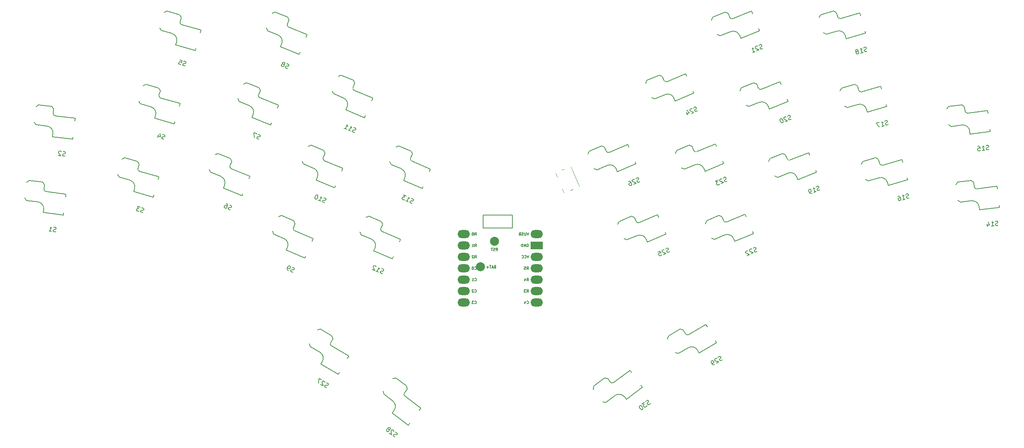
<source format=gbr>
%TF.GenerationSoftware,KiCad,Pcbnew,9.0.4*%
%TF.CreationDate,2025-10-25T19:08:00+08:00*%
%TF.ProjectId,sterna,73746572-6e61-42e6-9b69-6361645f7063,v1.0.0*%
%TF.SameCoordinates,Original*%
%TF.FileFunction,Legend,Bot*%
%TF.FilePolarity,Positive*%
%FSLAX46Y46*%
G04 Gerber Fmt 4.6, Leading zero omitted, Abs format (unit mm)*
G04 Created by KiCad (PCBNEW 9.0.4) date 2025-10-25 19:08:00*
%MOMM*%
%LPD*%
G01*
G04 APERTURE LIST*
%ADD10C,0.150000*%
%ADD11C,0.120000*%
%ADD12O,2.750000X1.800000*%
%ADD13R,2.750000X1.800000*%
%ADD14C,2.000000*%
G04 APERTURE END LIST*
D10*
X211103893Y-176530190D02*
X211018460Y-176654194D01*
X211018460Y-176654194D02*
X210828309Y-176797483D01*
X210828309Y-176797483D02*
X210723590Y-176816768D01*
X210723590Y-176816768D02*
X210656902Y-176807396D01*
X210656902Y-176807396D02*
X210561556Y-176759993D01*
X210561556Y-176759993D02*
X210504241Y-176683933D01*
X210504241Y-176683933D02*
X210484955Y-176579214D01*
X210484955Y-176579214D02*
X210494328Y-176512526D01*
X210494328Y-176512526D02*
X210541730Y-176417180D01*
X210541730Y-176417180D02*
X210665193Y-176264519D01*
X210665193Y-176264519D02*
X210712596Y-176169173D01*
X210712596Y-176169173D02*
X210721968Y-176102485D01*
X210721968Y-176102485D02*
X210702683Y-175997766D01*
X210702683Y-175997766D02*
X210645367Y-175921706D01*
X210645367Y-175921706D02*
X210550021Y-175874303D01*
X210550021Y-175874303D02*
X210483333Y-175864931D01*
X210483333Y-175864931D02*
X210378615Y-175884216D01*
X210378615Y-175884216D02*
X210188464Y-176027505D01*
X210188464Y-176027505D02*
X210103031Y-176151509D01*
X209808161Y-176314084D02*
X209313767Y-176686636D01*
X209313767Y-176686636D02*
X209809242Y-176790273D01*
X209809242Y-176790273D02*
X209695151Y-176876247D01*
X209695151Y-176876247D02*
X209647749Y-176971593D01*
X209647749Y-176971593D02*
X209638376Y-177038281D01*
X209638376Y-177038281D02*
X209657662Y-177142999D01*
X209657662Y-177142999D02*
X209800951Y-177333151D01*
X209800951Y-177333151D02*
X209896297Y-177380553D01*
X209896297Y-177380553D02*
X209962985Y-177389926D01*
X209962985Y-177389926D02*
X210067704Y-177370640D01*
X210067704Y-177370640D02*
X210295885Y-177198693D01*
X210295885Y-177198693D02*
X210343288Y-177103347D01*
X210343288Y-177103347D02*
X210352660Y-177036659D01*
X208819374Y-177059188D02*
X208743313Y-177116504D01*
X208743313Y-177116504D02*
X208695911Y-177211850D01*
X208695911Y-177211850D02*
X208686538Y-177278538D01*
X208686538Y-177278538D02*
X208705824Y-177383256D01*
X208705824Y-177383256D02*
X208782425Y-177564035D01*
X208782425Y-177564035D02*
X208925714Y-177754187D01*
X208925714Y-177754187D02*
X209078376Y-177877650D01*
X209078376Y-177877650D02*
X209173722Y-177925053D01*
X209173722Y-177925053D02*
X209240410Y-177934425D01*
X209240410Y-177934425D02*
X209345129Y-177915139D01*
X209345129Y-177915139D02*
X209421189Y-177857824D01*
X209421189Y-177857824D02*
X209468592Y-177762478D01*
X209468592Y-177762478D02*
X209477964Y-177695790D01*
X209477964Y-177695790D02*
X209458679Y-177591071D01*
X209458679Y-177591071D02*
X209382077Y-177410292D01*
X209382077Y-177410292D02*
X209238788Y-177220141D01*
X209238788Y-177220141D02*
X209086126Y-177096678D01*
X209086126Y-177096678D02*
X208990781Y-177049275D01*
X208990781Y-177049275D02*
X208924092Y-177039903D01*
X208924092Y-177039903D02*
X208819374Y-177059188D01*
X227177471Y-166804703D02*
X227077563Y-166917371D01*
X227077563Y-166917371D02*
X226871366Y-167036418D01*
X226871366Y-167036418D02*
X226765078Y-167042798D01*
X226765078Y-167042798D02*
X226700029Y-167025368D01*
X226700029Y-167025368D02*
X226611171Y-166966699D01*
X226611171Y-166966699D02*
X226563552Y-166884220D01*
X226563552Y-166884220D02*
X226557172Y-166777932D01*
X226557172Y-166777932D02*
X226574602Y-166712883D01*
X226574602Y-166712883D02*
X226633271Y-166624025D01*
X226633271Y-166624025D02*
X226774419Y-166487548D01*
X226774419Y-166487548D02*
X226833088Y-166398689D01*
X226833088Y-166398689D02*
X226850517Y-166333641D01*
X226850517Y-166333641D02*
X226844138Y-166227352D01*
X226844138Y-166227352D02*
X226796519Y-166144874D01*
X226796519Y-166144874D02*
X226707660Y-166086205D01*
X226707660Y-166086205D02*
X226642611Y-166068775D01*
X226642611Y-166068775D02*
X226536323Y-166075155D01*
X226536323Y-166075155D02*
X226330127Y-166194202D01*
X226330127Y-166194202D02*
X226230218Y-166306870D01*
X225924113Y-166538586D02*
X225859065Y-166521156D01*
X225859065Y-166521156D02*
X225752777Y-166527536D01*
X225752777Y-166527536D02*
X225546580Y-166646583D01*
X225546580Y-166646583D02*
X225487911Y-166735442D01*
X225487911Y-166735442D02*
X225470481Y-166800490D01*
X225470481Y-166800490D02*
X225476861Y-166906779D01*
X225476861Y-166906779D02*
X225524480Y-166989257D01*
X225524480Y-166989257D02*
X225637148Y-167089166D01*
X225637148Y-167089166D02*
X226417734Y-167298323D01*
X226417734Y-167298323D02*
X225881623Y-167607847D01*
X225469230Y-167845942D02*
X225304272Y-167941180D01*
X225304272Y-167941180D02*
X225197984Y-167947560D01*
X225197984Y-167947560D02*
X225132936Y-167930130D01*
X225132936Y-167930130D02*
X224979028Y-167854031D01*
X224979028Y-167854031D02*
X224842551Y-167712883D01*
X224842551Y-167712883D02*
X224652075Y-167382969D01*
X224652075Y-167382969D02*
X224645695Y-167276681D01*
X224645695Y-167276681D02*
X224663125Y-167211632D01*
X224663125Y-167211632D02*
X224721794Y-167122774D01*
X224721794Y-167122774D02*
X224886751Y-167027536D01*
X224886751Y-167027536D02*
X224993039Y-167021156D01*
X224993039Y-167021156D02*
X225058088Y-167038586D01*
X225058088Y-167038586D02*
X225146946Y-167097255D01*
X225146946Y-167097255D02*
X225265994Y-167303451D01*
X225265994Y-167303451D02*
X225272374Y-167409739D01*
X225272374Y-167409739D02*
X225254944Y-167474788D01*
X225254944Y-167474788D02*
X225196275Y-167563647D01*
X225196275Y-167563647D02*
X225031318Y-167658885D01*
X225031318Y-167658885D02*
X224925030Y-167665264D01*
X224925030Y-167665264D02*
X224859981Y-167647835D01*
X224859981Y-167647835D02*
X224771122Y-167589166D01*
X268811003Y-130702507D02*
X268686806Y-130787658D01*
X268686806Y-130787658D02*
X268457934Y-130853286D01*
X268457934Y-130853286D02*
X268353259Y-130833763D01*
X268353259Y-130833763D02*
X268294360Y-130801114D01*
X268294360Y-130801114D02*
X268222334Y-130722691D01*
X268222334Y-130722691D02*
X268196083Y-130631142D01*
X268196083Y-130631142D02*
X268215606Y-130526468D01*
X268215606Y-130526468D02*
X268248255Y-130467568D01*
X268248255Y-130467568D02*
X268326678Y-130395542D01*
X268326678Y-130395542D02*
X268496650Y-130297266D01*
X268496650Y-130297266D02*
X268575073Y-130225240D01*
X268575073Y-130225240D02*
X268607722Y-130166340D01*
X268607722Y-130166340D02*
X268627245Y-130061666D01*
X268627245Y-130061666D02*
X268600994Y-129970117D01*
X268600994Y-129970117D02*
X268528968Y-129891694D01*
X268528968Y-129891694D02*
X268470068Y-129859045D01*
X268470068Y-129859045D02*
X268365394Y-129839522D01*
X268365394Y-129839522D02*
X268136522Y-129905150D01*
X268136522Y-129905150D02*
X268012325Y-129990301D01*
X267359349Y-131168300D02*
X267908641Y-131010793D01*
X267633995Y-131089547D02*
X267358358Y-130128285D01*
X267358358Y-130128285D02*
X267489283Y-130239357D01*
X267489283Y-130239357D02*
X267607083Y-130304655D01*
X267607083Y-130304655D02*
X267711758Y-130324178D01*
X266259773Y-130443299D02*
X266442870Y-130390797D01*
X266442870Y-130390797D02*
X266547545Y-130410320D01*
X266547545Y-130410320D02*
X266606445Y-130442969D01*
X266606445Y-130442969D02*
X266737370Y-130554041D01*
X266737370Y-130554041D02*
X266835647Y-130724013D01*
X266835647Y-130724013D02*
X266940652Y-131090208D01*
X266940652Y-131090208D02*
X266921128Y-131194882D01*
X266921128Y-131194882D02*
X266888480Y-131253782D01*
X266888480Y-131253782D02*
X266810057Y-131325807D01*
X266810057Y-131325807D02*
X266626959Y-131378310D01*
X266626959Y-131378310D02*
X266522285Y-131358787D01*
X266522285Y-131358787D02*
X266463385Y-131326138D01*
X266463385Y-131326138D02*
X266391359Y-131247715D01*
X266391359Y-131247715D02*
X266325731Y-131018843D01*
X266325731Y-131018843D02*
X266345254Y-130914168D01*
X266345254Y-130914168D02*
X266377903Y-130855268D01*
X266377903Y-130855268D02*
X266456326Y-130783243D01*
X266456326Y-130783243D02*
X266639424Y-130730741D01*
X266639424Y-130730741D02*
X266744098Y-130750264D01*
X266744098Y-130750264D02*
X266802998Y-130782913D01*
X266802998Y-130782913D02*
X266875024Y-130861336D01*
X228283318Y-126953031D02*
X228170424Y-127052683D01*
X228170424Y-127052683D02*
X227951256Y-127145714D01*
X227951256Y-127145714D02*
X227844983Y-127139093D01*
X227844983Y-127139093D02*
X227782543Y-127113866D01*
X227782543Y-127113866D02*
X227701497Y-127044805D01*
X227701497Y-127044805D02*
X227664285Y-126957138D01*
X227664285Y-126957138D02*
X227670906Y-126850865D01*
X227670906Y-126850865D02*
X227696133Y-126788425D01*
X227696133Y-126788425D02*
X227765194Y-126707379D01*
X227765194Y-126707379D02*
X227921922Y-126589120D01*
X227921922Y-126589120D02*
X227990983Y-126508074D01*
X227990983Y-126508074D02*
X228016210Y-126445634D01*
X228016210Y-126445634D02*
X228022831Y-126339361D01*
X228022831Y-126339361D02*
X227985619Y-126251694D01*
X227985619Y-126251694D02*
X227904573Y-126182633D01*
X227904573Y-126182633D02*
X227842133Y-126157406D01*
X227842133Y-126157406D02*
X227735859Y-126150785D01*
X227735859Y-126150785D02*
X227516692Y-126243816D01*
X227516692Y-126243816D02*
X227403797Y-126343468D01*
X227071735Y-126536152D02*
X227009295Y-126510924D01*
X227009295Y-126510924D02*
X226903022Y-126504303D01*
X226903022Y-126504303D02*
X226683854Y-126597334D01*
X226683854Y-126597334D02*
X226614793Y-126678381D01*
X226614793Y-126678381D02*
X226589566Y-126740820D01*
X226589566Y-126740820D02*
X226582944Y-126847094D01*
X226582944Y-126847094D02*
X226620157Y-126934761D01*
X226620157Y-126934761D02*
X226719809Y-127047655D01*
X226719809Y-127047655D02*
X227469087Y-127350383D01*
X227469087Y-127350383D02*
X226899251Y-127592264D01*
X226201685Y-126802003D02*
X225631848Y-127043884D01*
X225631848Y-127043884D02*
X226087533Y-127264309D01*
X226087533Y-127264309D02*
X225956032Y-127320128D01*
X225956032Y-127320128D02*
X225886972Y-127401174D01*
X225886972Y-127401174D02*
X225861744Y-127463614D01*
X225861744Y-127463614D02*
X225855123Y-127569887D01*
X225855123Y-127569887D02*
X225948154Y-127789055D01*
X225948154Y-127789055D02*
X226029200Y-127858116D01*
X226029200Y-127858116D02*
X226091640Y-127883343D01*
X226091640Y-127883343D02*
X226197914Y-127889964D01*
X226197914Y-127889964D02*
X226460915Y-127778327D01*
X226460915Y-127778327D02*
X226529976Y-127697281D01*
X226529976Y-127697281D02*
X226555203Y-127634841D01*
X221640890Y-111304448D02*
X221527996Y-111404100D01*
X221527996Y-111404100D02*
X221308828Y-111497131D01*
X221308828Y-111497131D02*
X221202555Y-111490510D01*
X221202555Y-111490510D02*
X221140115Y-111465283D01*
X221140115Y-111465283D02*
X221059069Y-111396222D01*
X221059069Y-111396222D02*
X221021857Y-111308555D01*
X221021857Y-111308555D02*
X221028478Y-111202282D01*
X221028478Y-111202282D02*
X221053705Y-111139842D01*
X221053705Y-111139842D02*
X221122766Y-111058796D01*
X221122766Y-111058796D02*
X221279494Y-110940537D01*
X221279494Y-110940537D02*
X221348555Y-110859491D01*
X221348555Y-110859491D02*
X221373782Y-110797051D01*
X221373782Y-110797051D02*
X221380403Y-110690778D01*
X221380403Y-110690778D02*
X221343191Y-110603111D01*
X221343191Y-110603111D02*
X221262145Y-110534050D01*
X221262145Y-110534050D02*
X221199705Y-110508823D01*
X221199705Y-110508823D02*
X221093431Y-110502202D01*
X221093431Y-110502202D02*
X220874264Y-110595233D01*
X220874264Y-110595233D02*
X220761369Y-110694885D01*
X220429307Y-110887569D02*
X220366867Y-110862341D01*
X220366867Y-110862341D02*
X220260594Y-110855720D01*
X220260594Y-110855720D02*
X220041426Y-110948751D01*
X220041426Y-110948751D02*
X219972365Y-111029798D01*
X219972365Y-111029798D02*
X219947138Y-111092237D01*
X219947138Y-111092237D02*
X219940516Y-111198511D01*
X219940516Y-111198511D02*
X219977729Y-111286178D01*
X219977729Y-111286178D02*
X220077381Y-111399072D01*
X220077381Y-111399072D02*
X220826659Y-111701800D01*
X220826659Y-111701800D02*
X220256823Y-111943681D01*
X219207331Y-111664924D02*
X219467818Y-112278594D01*
X219277649Y-111221224D02*
X219775910Y-111785696D01*
X219775910Y-111785696D02*
X219206074Y-112027577D01*
X288624128Y-136826469D02*
X288488139Y-136891144D01*
X288488139Y-136891144D02*
X288251818Y-136920160D01*
X288251818Y-136920160D02*
X288151487Y-136884503D01*
X288151487Y-136884503D02*
X288098420Y-136843042D01*
X288098420Y-136843042D02*
X288039549Y-136754317D01*
X288039549Y-136754317D02*
X288027942Y-136659789D01*
X288027942Y-136659789D02*
X288063600Y-136559457D01*
X288063600Y-136559457D02*
X288105060Y-136506390D01*
X288105060Y-136506390D02*
X288193785Y-136447519D01*
X288193785Y-136447519D02*
X288377039Y-136377042D01*
X288377039Y-136377042D02*
X288465763Y-136318171D01*
X288465763Y-136318171D02*
X288507224Y-136265104D01*
X288507224Y-136265104D02*
X288542882Y-136164772D01*
X288542882Y-136164772D02*
X288531275Y-136070244D01*
X288531275Y-136070244D02*
X288472404Y-135981519D01*
X288472404Y-135981519D02*
X288419337Y-135940058D01*
X288419337Y-135940058D02*
X288319005Y-135904401D01*
X288319005Y-135904401D02*
X288082685Y-135933417D01*
X288082685Y-135933417D02*
X287946696Y-135998091D01*
X287117480Y-137059439D02*
X287684649Y-136989800D01*
X287401065Y-137024619D02*
X287279195Y-136032073D01*
X287279195Y-136032073D02*
X287391133Y-136162259D01*
X287391133Y-136162259D02*
X287497268Y-136245181D01*
X287497268Y-136245181D02*
X287597600Y-136280838D01*
X286185480Y-136502201D02*
X286266726Y-137163899D01*
X286375374Y-136095072D02*
X286698744Y-136775017D01*
X286698744Y-136775017D02*
X286084311Y-136850460D01*
X215426177Y-142730988D02*
X215313283Y-142830640D01*
X215313283Y-142830640D02*
X215094115Y-142923671D01*
X215094115Y-142923671D02*
X214987842Y-142917050D01*
X214987842Y-142917050D02*
X214925402Y-142891823D01*
X214925402Y-142891823D02*
X214844356Y-142822762D01*
X214844356Y-142822762D02*
X214807144Y-142735095D01*
X214807144Y-142735095D02*
X214813765Y-142628822D01*
X214813765Y-142628822D02*
X214838992Y-142566382D01*
X214838992Y-142566382D02*
X214908053Y-142485336D01*
X214908053Y-142485336D02*
X215064781Y-142367077D01*
X215064781Y-142367077D02*
X215133842Y-142286031D01*
X215133842Y-142286031D02*
X215159069Y-142223591D01*
X215159069Y-142223591D02*
X215165690Y-142117318D01*
X215165690Y-142117318D02*
X215128478Y-142029651D01*
X215128478Y-142029651D02*
X215047432Y-141960590D01*
X215047432Y-141960590D02*
X214984992Y-141935363D01*
X214984992Y-141935363D02*
X214878718Y-141928742D01*
X214878718Y-141928742D02*
X214659551Y-142021773D01*
X214659551Y-142021773D02*
X214546656Y-142121425D01*
X214214594Y-142314109D02*
X214152154Y-142288881D01*
X214152154Y-142288881D02*
X214045881Y-142282260D01*
X214045881Y-142282260D02*
X213826713Y-142375291D01*
X213826713Y-142375291D02*
X213757652Y-142456338D01*
X213757652Y-142456338D02*
X213732425Y-142518777D01*
X213732425Y-142518777D02*
X213725803Y-142625051D01*
X213725803Y-142625051D02*
X213763016Y-142712718D01*
X213763016Y-142712718D02*
X213862668Y-142825612D01*
X213862668Y-142825612D02*
X214611946Y-143128340D01*
X214611946Y-143128340D02*
X214042110Y-143370221D01*
X212818541Y-142803235D02*
X213256876Y-142617173D01*
X213256876Y-142617173D02*
X213486772Y-143036902D01*
X213486772Y-143036902D02*
X213424333Y-143011675D01*
X213424333Y-143011675D02*
X213318059Y-143005054D01*
X213318059Y-143005054D02*
X213098891Y-143098085D01*
X213098891Y-143098085D02*
X213029831Y-143179131D01*
X213029831Y-143179131D02*
X213004603Y-143241571D01*
X213004603Y-143241571D02*
X212997982Y-143347844D01*
X212997982Y-143347844D02*
X213091013Y-143567012D01*
X213091013Y-143567012D02*
X213172059Y-143636073D01*
X213172059Y-143636073D02*
X213234499Y-143661300D01*
X213234499Y-143661300D02*
X213340773Y-143667921D01*
X213340773Y-143667921D02*
X213559940Y-143574890D01*
X213559940Y-143574890D02*
X213629001Y-143493844D01*
X213629001Y-143493844D02*
X213654229Y-143431404D01*
X286552350Y-119953186D02*
X286416361Y-120017861D01*
X286416361Y-120017861D02*
X286180040Y-120046877D01*
X286180040Y-120046877D02*
X286079709Y-120011220D01*
X286079709Y-120011220D02*
X286026642Y-119969759D01*
X286026642Y-119969759D02*
X285967771Y-119881034D01*
X285967771Y-119881034D02*
X285956164Y-119786506D01*
X285956164Y-119786506D02*
X285991822Y-119686174D01*
X285991822Y-119686174D02*
X286033282Y-119633107D01*
X286033282Y-119633107D02*
X286122007Y-119574236D01*
X286122007Y-119574236D02*
X286305261Y-119503759D01*
X286305261Y-119503759D02*
X286393985Y-119444888D01*
X286393985Y-119444888D02*
X286435446Y-119391821D01*
X286435446Y-119391821D02*
X286471104Y-119291489D01*
X286471104Y-119291489D02*
X286459497Y-119196961D01*
X286459497Y-119196961D02*
X286400626Y-119108236D01*
X286400626Y-119108236D02*
X286347559Y-119066775D01*
X286347559Y-119066775D02*
X286247227Y-119031118D01*
X286247227Y-119031118D02*
X286010907Y-119060134D01*
X286010907Y-119060134D02*
X285874918Y-119124808D01*
X285045702Y-120186156D02*
X285612871Y-120116517D01*
X285329287Y-120151336D02*
X285207417Y-119158790D01*
X285207417Y-119158790D02*
X285319355Y-119288976D01*
X285319355Y-119288976D02*
X285425490Y-119371898D01*
X285425490Y-119371898D02*
X285525822Y-119407555D01*
X284025815Y-119303873D02*
X284498456Y-119245840D01*
X284498456Y-119245840D02*
X284603753Y-119712678D01*
X284603753Y-119712678D02*
X284550685Y-119671217D01*
X284550685Y-119671217D02*
X284450354Y-119635559D01*
X284450354Y-119635559D02*
X284214033Y-119664576D01*
X284214033Y-119664576D02*
X284125308Y-119723446D01*
X284125308Y-119723446D02*
X284083848Y-119776514D01*
X284083848Y-119776514D02*
X284048190Y-119876845D01*
X284048190Y-119876845D02*
X284077207Y-120113166D01*
X284077207Y-120113166D02*
X284136077Y-120201891D01*
X284136077Y-120201891D02*
X284189145Y-120243352D01*
X284189145Y-120243352D02*
X284289476Y-120279009D01*
X284289476Y-120279009D02*
X284525797Y-120249993D01*
X284525797Y-120249993D02*
X284614522Y-120191122D01*
X284614522Y-120191122D02*
X284655982Y-120138054D01*
X236195508Y-97411236D02*
X236080891Y-97508903D01*
X236080891Y-97508903D02*
X235860133Y-97598095D01*
X235860133Y-97598095D02*
X235753992Y-97589620D01*
X235753992Y-97589620D02*
X235692002Y-97563307D01*
X235692002Y-97563307D02*
X235612173Y-97492842D01*
X235612173Y-97492842D02*
X235576496Y-97404539D01*
X235576496Y-97404539D02*
X235584971Y-97298398D01*
X235584971Y-97298398D02*
X235611284Y-97236407D01*
X235611284Y-97236407D02*
X235681749Y-97156579D01*
X235681749Y-97156579D02*
X235840517Y-97041074D01*
X235840517Y-97041074D02*
X235910982Y-96961245D01*
X235910982Y-96961245D02*
X235937295Y-96899255D01*
X235937295Y-96899255D02*
X235945770Y-96793114D01*
X235945770Y-96793114D02*
X235910093Y-96704810D01*
X235910093Y-96704810D02*
X235830265Y-96634346D01*
X235830265Y-96634346D02*
X235768275Y-96608032D01*
X235768275Y-96608032D02*
X235662133Y-96599558D01*
X235662133Y-96599558D02*
X235441375Y-96688750D01*
X235441375Y-96688750D02*
X235326759Y-96786417D01*
X234991384Y-96973275D02*
X234929394Y-96946962D01*
X234929394Y-96946962D02*
X234823253Y-96938487D01*
X234823253Y-96938487D02*
X234602494Y-97027680D01*
X234602494Y-97027680D02*
X234532030Y-97107508D01*
X234532030Y-97107508D02*
X234505716Y-97169498D01*
X234505716Y-97169498D02*
X234497242Y-97275640D01*
X234497242Y-97275640D02*
X234532918Y-97363943D01*
X234532918Y-97363943D02*
X234630585Y-97478559D01*
X234630585Y-97478559D02*
X235374466Y-97794318D01*
X235374466Y-97794318D02*
X234800495Y-98026217D01*
X233917462Y-98382985D02*
X234447282Y-98168924D01*
X234182372Y-98275955D02*
X233807765Y-97348771D01*
X233807765Y-97348771D02*
X233949584Y-97445549D01*
X233949584Y-97445549D02*
X234073564Y-97498175D01*
X234073564Y-97498175D02*
X234179706Y-97506650D01*
X259439327Y-98019608D02*
X259315130Y-98104759D01*
X259315130Y-98104759D02*
X259086258Y-98170387D01*
X259086258Y-98170387D02*
X258981583Y-98150864D01*
X258981583Y-98150864D02*
X258922684Y-98118215D01*
X258922684Y-98118215D02*
X258850658Y-98039792D01*
X258850658Y-98039792D02*
X258824407Y-97948243D01*
X258824407Y-97948243D02*
X258843930Y-97843569D01*
X258843930Y-97843569D02*
X258876579Y-97784669D01*
X258876579Y-97784669D02*
X258955002Y-97712643D01*
X258955002Y-97712643D02*
X259124974Y-97614367D01*
X259124974Y-97614367D02*
X259203397Y-97542341D01*
X259203397Y-97542341D02*
X259236046Y-97483441D01*
X259236046Y-97483441D02*
X259255569Y-97378767D01*
X259255569Y-97378767D02*
X259229318Y-97287218D01*
X259229318Y-97287218D02*
X259157292Y-97208795D01*
X259157292Y-97208795D02*
X259098392Y-97176146D01*
X259098392Y-97176146D02*
X258993718Y-97156623D01*
X258993718Y-97156623D02*
X258764846Y-97222251D01*
X258764846Y-97222251D02*
X258640649Y-97307402D01*
X257987673Y-98485401D02*
X258536965Y-98327894D01*
X258262319Y-98406648D02*
X257986682Y-97445386D01*
X257986682Y-97445386D02*
X258117607Y-97556458D01*
X258117607Y-97556458D02*
X258235407Y-97621756D01*
X258235407Y-97621756D02*
X258340082Y-97641279D01*
X257280873Y-98093616D02*
X257359297Y-98021590D01*
X257359297Y-98021590D02*
X257391945Y-97962690D01*
X257391945Y-97962690D02*
X257411469Y-97858016D01*
X257411469Y-97858016D02*
X257398343Y-97812242D01*
X257398343Y-97812242D02*
X257326317Y-97733819D01*
X257326317Y-97733819D02*
X257267417Y-97701170D01*
X257267417Y-97701170D02*
X257162743Y-97681647D01*
X257162743Y-97681647D02*
X256979646Y-97734149D01*
X256979646Y-97734149D02*
X256901223Y-97806175D01*
X256901223Y-97806175D02*
X256868574Y-97865075D01*
X256868574Y-97865075D02*
X256849051Y-97969749D01*
X256849051Y-97969749D02*
X256862176Y-98015523D01*
X256862176Y-98015523D02*
X256934202Y-98093946D01*
X256934202Y-98093946D02*
X256993102Y-98126595D01*
X256993102Y-98126595D02*
X257097776Y-98146118D01*
X257097776Y-98146118D02*
X257280873Y-98093616D01*
X257280873Y-98093616D02*
X257385548Y-98113139D01*
X257385548Y-98113139D02*
X257444448Y-98145788D01*
X257444448Y-98145788D02*
X257516473Y-98224211D01*
X257516473Y-98224211D02*
X257568976Y-98407309D01*
X257568976Y-98407309D02*
X257549452Y-98511983D01*
X257549452Y-98511983D02*
X257516804Y-98570883D01*
X257516804Y-98570883D02*
X257438381Y-98642908D01*
X257438381Y-98642908D02*
X257255283Y-98695411D01*
X257255283Y-98695411D02*
X257150609Y-98675888D01*
X257150609Y-98675888D02*
X257091709Y-98643239D01*
X257091709Y-98643239D02*
X257019683Y-98564816D01*
X257019683Y-98564816D02*
X256967181Y-98381718D01*
X256967181Y-98381718D02*
X256986704Y-98277044D01*
X256986704Y-98277044D02*
X257019353Y-98218144D01*
X257019353Y-98218144D02*
X257097776Y-98146118D01*
X242563820Y-113173361D02*
X242449203Y-113271028D01*
X242449203Y-113271028D02*
X242228445Y-113360220D01*
X242228445Y-113360220D02*
X242122304Y-113351745D01*
X242122304Y-113351745D02*
X242060314Y-113325432D01*
X242060314Y-113325432D02*
X241980485Y-113254967D01*
X241980485Y-113254967D02*
X241944808Y-113166664D01*
X241944808Y-113166664D02*
X241953283Y-113060523D01*
X241953283Y-113060523D02*
X241979596Y-112998532D01*
X241979596Y-112998532D02*
X242050061Y-112918704D01*
X242050061Y-112918704D02*
X242208829Y-112803199D01*
X242208829Y-112803199D02*
X242279294Y-112723370D01*
X242279294Y-112723370D02*
X242305607Y-112661380D01*
X242305607Y-112661380D02*
X242314082Y-112555239D01*
X242314082Y-112555239D02*
X242278405Y-112466935D01*
X242278405Y-112466935D02*
X242198577Y-112396471D01*
X242198577Y-112396471D02*
X242136587Y-112370157D01*
X242136587Y-112370157D02*
X242030445Y-112361683D01*
X242030445Y-112361683D02*
X241809687Y-112450875D01*
X241809687Y-112450875D02*
X241695071Y-112548542D01*
X241359696Y-112735400D02*
X241297706Y-112709087D01*
X241297706Y-112709087D02*
X241191565Y-112700612D01*
X241191565Y-112700612D02*
X240970806Y-112789805D01*
X240970806Y-112789805D02*
X240900342Y-112869633D01*
X240900342Y-112869633D02*
X240874028Y-112931623D01*
X240874028Y-112931623D02*
X240865554Y-113037765D01*
X240865554Y-113037765D02*
X240901230Y-113126068D01*
X240901230Y-113126068D02*
X240998897Y-113240684D01*
X240998897Y-113240684D02*
X241742778Y-113556443D01*
X241742778Y-113556443D02*
X241168807Y-113788342D01*
X240220229Y-113093057D02*
X240131926Y-113128734D01*
X240131926Y-113128734D02*
X240061461Y-113208563D01*
X240061461Y-113208563D02*
X240035148Y-113270553D01*
X240035148Y-113270553D02*
X240026673Y-113376694D01*
X240026673Y-113376694D02*
X240053875Y-113571139D01*
X240053875Y-113571139D02*
X240143067Y-113791897D01*
X240143067Y-113791897D02*
X240258572Y-113950665D01*
X240258572Y-113950665D02*
X240338401Y-114021130D01*
X240338401Y-114021130D02*
X240400391Y-114047443D01*
X240400391Y-114047443D02*
X240506532Y-114055918D01*
X240506532Y-114055918D02*
X240594836Y-114020241D01*
X240594836Y-114020241D02*
X240665300Y-113940413D01*
X240665300Y-113940413D02*
X240691614Y-113878423D01*
X240691614Y-113878423D02*
X240700088Y-113772281D01*
X240700088Y-113772281D02*
X240672886Y-113577836D01*
X240672886Y-113577836D02*
X240583694Y-113357078D01*
X240583694Y-113357078D02*
X240468189Y-113198310D01*
X240468189Y-113198310D02*
X240388361Y-113127845D01*
X240388361Y-113127845D02*
X240326371Y-113101532D01*
X240326371Y-113101532D02*
X240220229Y-113093057D01*
X264125163Y-114361056D02*
X264000966Y-114446207D01*
X264000966Y-114446207D02*
X263772094Y-114511835D01*
X263772094Y-114511835D02*
X263667419Y-114492312D01*
X263667419Y-114492312D02*
X263608520Y-114459663D01*
X263608520Y-114459663D02*
X263536494Y-114381240D01*
X263536494Y-114381240D02*
X263510243Y-114289691D01*
X263510243Y-114289691D02*
X263529766Y-114185017D01*
X263529766Y-114185017D02*
X263562415Y-114126117D01*
X263562415Y-114126117D02*
X263640838Y-114054091D01*
X263640838Y-114054091D02*
X263810810Y-113955815D01*
X263810810Y-113955815D02*
X263889233Y-113883789D01*
X263889233Y-113883789D02*
X263921882Y-113824889D01*
X263921882Y-113824889D02*
X263941405Y-113720215D01*
X263941405Y-113720215D02*
X263915154Y-113628666D01*
X263915154Y-113628666D02*
X263843128Y-113550243D01*
X263843128Y-113550243D02*
X263784228Y-113517594D01*
X263784228Y-113517594D02*
X263679554Y-113498071D01*
X263679554Y-113498071D02*
X263450682Y-113563699D01*
X263450682Y-113563699D02*
X263326485Y-113648850D01*
X262673509Y-114826849D02*
X263222801Y-114669342D01*
X262948155Y-114748096D02*
X262672518Y-113786834D01*
X262672518Y-113786834D02*
X262803443Y-113897906D01*
X262803443Y-113897906D02*
X262921243Y-113963204D01*
X262921243Y-113963204D02*
X263025918Y-113982727D01*
X262077451Y-113957467D02*
X261436610Y-114141225D01*
X261436610Y-114141225D02*
X262124217Y-114984356D01*
X208783749Y-127082406D02*
X208670855Y-127182058D01*
X208670855Y-127182058D02*
X208451687Y-127275089D01*
X208451687Y-127275089D02*
X208345414Y-127268468D01*
X208345414Y-127268468D02*
X208282974Y-127243241D01*
X208282974Y-127243241D02*
X208201928Y-127174180D01*
X208201928Y-127174180D02*
X208164716Y-127086513D01*
X208164716Y-127086513D02*
X208171337Y-126980240D01*
X208171337Y-126980240D02*
X208196564Y-126917800D01*
X208196564Y-126917800D02*
X208265625Y-126836754D01*
X208265625Y-126836754D02*
X208422353Y-126718495D01*
X208422353Y-126718495D02*
X208491414Y-126637449D01*
X208491414Y-126637449D02*
X208516641Y-126575009D01*
X208516641Y-126575009D02*
X208523262Y-126468736D01*
X208523262Y-126468736D02*
X208486050Y-126381069D01*
X208486050Y-126381069D02*
X208405004Y-126312008D01*
X208405004Y-126312008D02*
X208342564Y-126286781D01*
X208342564Y-126286781D02*
X208236290Y-126280160D01*
X208236290Y-126280160D02*
X208017123Y-126373191D01*
X208017123Y-126373191D02*
X207904228Y-126472843D01*
X207572166Y-126665527D02*
X207509726Y-126640299D01*
X207509726Y-126640299D02*
X207403453Y-126633678D01*
X207403453Y-126633678D02*
X207184285Y-126726709D01*
X207184285Y-126726709D02*
X207115224Y-126807756D01*
X207115224Y-126807756D02*
X207089997Y-126870195D01*
X207089997Y-126870195D02*
X207083375Y-126976469D01*
X207083375Y-126976469D02*
X207120588Y-127064136D01*
X207120588Y-127064136D02*
X207220240Y-127177030D01*
X207220240Y-127177030D02*
X207969518Y-127479758D01*
X207969518Y-127479758D02*
X207399682Y-127721639D01*
X206219946Y-127136047D02*
X206395281Y-127061622D01*
X206395281Y-127061622D02*
X206501554Y-127068243D01*
X206501554Y-127068243D02*
X206563994Y-127093470D01*
X206563994Y-127093470D02*
X206707480Y-127187758D01*
X206707480Y-127187758D02*
X206825738Y-127344486D01*
X206825738Y-127344486D02*
X206974588Y-127695155D01*
X206974588Y-127695155D02*
X206967967Y-127801428D01*
X206967967Y-127801428D02*
X206942740Y-127863868D01*
X206942740Y-127863868D02*
X206873679Y-127944914D01*
X206873679Y-127944914D02*
X206698345Y-128019339D01*
X206698345Y-128019339D02*
X206592071Y-128012718D01*
X206592071Y-128012718D02*
X206529631Y-127987491D01*
X206529631Y-127987491D02*
X206448585Y-127918430D01*
X206448585Y-127918430D02*
X206355554Y-127699262D01*
X206355554Y-127699262D02*
X206362175Y-127592989D01*
X206362175Y-127592989D02*
X206387403Y-127530549D01*
X206387403Y-127530549D02*
X206456463Y-127449503D01*
X206456463Y-127449503D02*
X206631798Y-127375078D01*
X206631798Y-127375078D02*
X206738071Y-127381699D01*
X206738071Y-127381699D02*
X206800511Y-127406926D01*
X206800511Y-127406926D02*
X206881557Y-127475987D01*
X248932132Y-128935486D02*
X248817515Y-129033153D01*
X248817515Y-129033153D02*
X248596757Y-129122345D01*
X248596757Y-129122345D02*
X248490616Y-129113870D01*
X248490616Y-129113870D02*
X248428626Y-129087557D01*
X248428626Y-129087557D02*
X248348797Y-129017092D01*
X248348797Y-129017092D02*
X248313120Y-128928789D01*
X248313120Y-128928789D02*
X248321595Y-128822648D01*
X248321595Y-128822648D02*
X248347908Y-128760657D01*
X248347908Y-128760657D02*
X248418373Y-128680829D01*
X248418373Y-128680829D02*
X248577141Y-128565324D01*
X248577141Y-128565324D02*
X248647606Y-128485495D01*
X248647606Y-128485495D02*
X248673919Y-128423505D01*
X248673919Y-128423505D02*
X248682394Y-128317364D01*
X248682394Y-128317364D02*
X248646717Y-128229060D01*
X248646717Y-128229060D02*
X248566889Y-128158596D01*
X248566889Y-128158596D02*
X248504899Y-128132282D01*
X248504899Y-128132282D02*
X248398757Y-128123808D01*
X248398757Y-128123808D02*
X248177999Y-128213000D01*
X248177999Y-128213000D02*
X248063383Y-128310667D01*
X247537119Y-129550467D02*
X248066938Y-129336406D01*
X247802028Y-129443437D02*
X247427422Y-128516253D01*
X247427422Y-128516253D02*
X247569240Y-128613031D01*
X247569240Y-128613031D02*
X247693220Y-128665657D01*
X247693220Y-128665657D02*
X247799362Y-128674132D01*
X247095602Y-129728851D02*
X246918996Y-129800205D01*
X246918996Y-129800205D02*
X246812854Y-129791730D01*
X246812854Y-129791730D02*
X246750864Y-129765417D01*
X246750864Y-129765417D02*
X246609046Y-129668639D01*
X246609046Y-129668639D02*
X246493541Y-129509871D01*
X246493541Y-129509871D02*
X246350833Y-129156658D01*
X246350833Y-129156658D02*
X246359308Y-129050516D01*
X246359308Y-129050516D02*
X246385621Y-128988526D01*
X246385621Y-128988526D02*
X246456086Y-128908698D01*
X246456086Y-128908698D02*
X246632693Y-128837344D01*
X246632693Y-128837344D02*
X246738834Y-128845819D01*
X246738834Y-128845819D02*
X246800824Y-128872132D01*
X246800824Y-128872132D02*
X246880653Y-128942597D01*
X246880653Y-128942597D02*
X246969845Y-129163355D01*
X246969845Y-129163355D02*
X246961370Y-129269497D01*
X246961370Y-129269497D02*
X246935057Y-129331487D01*
X246935057Y-129331487D02*
X246864592Y-129411315D01*
X246864592Y-129411315D02*
X246687985Y-129482669D01*
X246687985Y-129482669D02*
X246581844Y-129474194D01*
X246581844Y-129474194D02*
X246519854Y-129447881D01*
X246519854Y-129447881D02*
X246440025Y-129377416D01*
X234925747Y-142601612D02*
X234812853Y-142701264D01*
X234812853Y-142701264D02*
X234593685Y-142794295D01*
X234593685Y-142794295D02*
X234487412Y-142787674D01*
X234487412Y-142787674D02*
X234424972Y-142762447D01*
X234424972Y-142762447D02*
X234343926Y-142693386D01*
X234343926Y-142693386D02*
X234306714Y-142605719D01*
X234306714Y-142605719D02*
X234313335Y-142499446D01*
X234313335Y-142499446D02*
X234338562Y-142437006D01*
X234338562Y-142437006D02*
X234407623Y-142355960D01*
X234407623Y-142355960D02*
X234564351Y-142237701D01*
X234564351Y-142237701D02*
X234633412Y-142156655D01*
X234633412Y-142156655D02*
X234658639Y-142094215D01*
X234658639Y-142094215D02*
X234665260Y-141987942D01*
X234665260Y-141987942D02*
X234628048Y-141900275D01*
X234628048Y-141900275D02*
X234547002Y-141831214D01*
X234547002Y-141831214D02*
X234484562Y-141805987D01*
X234484562Y-141805987D02*
X234378288Y-141799366D01*
X234378288Y-141799366D02*
X234159121Y-141892397D01*
X234159121Y-141892397D02*
X234046226Y-141992049D01*
X233714164Y-142184733D02*
X233651724Y-142159505D01*
X233651724Y-142159505D02*
X233545451Y-142152884D01*
X233545451Y-142152884D02*
X233326283Y-142245915D01*
X233326283Y-142245915D02*
X233257222Y-142326962D01*
X233257222Y-142326962D02*
X233231995Y-142389401D01*
X233231995Y-142389401D02*
X233225373Y-142495675D01*
X233225373Y-142495675D02*
X233262586Y-142583342D01*
X233262586Y-142583342D02*
X233362238Y-142696236D01*
X233362238Y-142696236D02*
X234111516Y-142998964D01*
X234111516Y-142998964D02*
X233541680Y-143240845D01*
X232837492Y-142556858D02*
X232775053Y-142531630D01*
X232775053Y-142531630D02*
X232668779Y-142525009D01*
X232668779Y-142525009D02*
X232449611Y-142618040D01*
X232449611Y-142618040D02*
X232380551Y-142699086D01*
X232380551Y-142699086D02*
X232355323Y-142761526D01*
X232355323Y-142761526D02*
X232348702Y-142867800D01*
X232348702Y-142867800D02*
X232385915Y-142955467D01*
X232385915Y-142955467D02*
X232485567Y-143068361D01*
X232485567Y-143068361D02*
X233234845Y-143371089D01*
X233234845Y-143371089D02*
X232665008Y-143612970D01*
X154256105Y-184038549D02*
X154113356Y-183990606D01*
X154113356Y-183990606D02*
X153923205Y-183847316D01*
X153923205Y-183847316D02*
X153875802Y-183751970D01*
X153875802Y-183751970D02*
X153866430Y-183685282D01*
X153866430Y-183685282D02*
X153885715Y-183580564D01*
X153885715Y-183580564D02*
X153943031Y-183504503D01*
X153943031Y-183504503D02*
X154038377Y-183457101D01*
X154038377Y-183457101D02*
X154105065Y-183447728D01*
X154105065Y-183447728D02*
X154209784Y-183467014D01*
X154209784Y-183467014D02*
X154390562Y-183543615D01*
X154390562Y-183543615D02*
X154495281Y-183562900D01*
X154495281Y-183562900D02*
X154561969Y-183553528D01*
X154561969Y-183553528D02*
X154657315Y-183506125D01*
X154657315Y-183506125D02*
X154714631Y-183430065D01*
X154714631Y-183430065D02*
X154733916Y-183325346D01*
X154733916Y-183325346D02*
X154724544Y-183258658D01*
X154724544Y-183258658D02*
X154677141Y-183163312D01*
X154677141Y-183163312D02*
X154486990Y-183020023D01*
X154486990Y-183020023D02*
X154344241Y-182972080D01*
X154011341Y-182780847D02*
X154001969Y-182714159D01*
X154001969Y-182714159D02*
X153954566Y-182618813D01*
X153954566Y-182618813D02*
X153764415Y-182475524D01*
X153764415Y-182475524D02*
X153659696Y-182456238D01*
X153659696Y-182456238D02*
X153593008Y-182465611D01*
X153593008Y-182465611D02*
X153497662Y-182513013D01*
X153497662Y-182513013D02*
X153440346Y-182589074D01*
X153440346Y-182589074D02*
X153392403Y-182731822D01*
X153392403Y-182731822D02*
X153504872Y-183532080D01*
X153504872Y-183532080D02*
X153010479Y-183159528D01*
X152898010Y-182359270D02*
X153002728Y-182378556D01*
X153002728Y-182378556D02*
X153069416Y-182369183D01*
X153069416Y-182369183D02*
X153164762Y-182321781D01*
X153164762Y-182321781D02*
X153193420Y-182283750D01*
X153193420Y-182283750D02*
X153212706Y-182179032D01*
X153212706Y-182179032D02*
X153203333Y-182112344D01*
X153203333Y-182112344D02*
X153155930Y-182016998D01*
X153155930Y-182016998D02*
X153003809Y-181902366D01*
X153003809Y-181902366D02*
X152899091Y-181883081D01*
X152899091Y-181883081D02*
X152832403Y-181892453D01*
X152832403Y-181892453D02*
X152737057Y-181939856D01*
X152737057Y-181939856D02*
X152708399Y-181977886D01*
X152708399Y-181977886D02*
X152689114Y-182082605D01*
X152689114Y-182082605D02*
X152698486Y-182149293D01*
X152698486Y-182149293D02*
X152745889Y-182244639D01*
X152745889Y-182244639D02*
X152898010Y-182359270D01*
X152898010Y-182359270D02*
X152945412Y-182454616D01*
X152945412Y-182454616D02*
X152954785Y-182521304D01*
X152954785Y-182521304D02*
X152935499Y-182626023D01*
X152935499Y-182626023D02*
X152820868Y-182778144D01*
X152820868Y-182778144D02*
X152725522Y-182825546D01*
X152725522Y-182825546D02*
X152658834Y-182834919D01*
X152658834Y-182834919D02*
X152554115Y-182815633D01*
X152554115Y-182815633D02*
X152401994Y-182701002D01*
X152401994Y-182701002D02*
X152354592Y-182605656D01*
X152354592Y-182605656D02*
X152345219Y-182538968D01*
X152345219Y-182538968D02*
X152364505Y-182434249D01*
X152364505Y-182434249D02*
X152479136Y-182282128D01*
X152479136Y-182282128D02*
X152574482Y-182234726D01*
X152574482Y-182234726D02*
X152641170Y-182225353D01*
X152641170Y-182225353D02*
X152745889Y-182244639D01*
X139023297Y-173042798D02*
X138875770Y-173012609D01*
X138875770Y-173012609D02*
X138669573Y-172893562D01*
X138669573Y-172893562D02*
X138610904Y-172804703D01*
X138610904Y-172804703D02*
X138593474Y-172739654D01*
X138593474Y-172739654D02*
X138599854Y-172633366D01*
X138599854Y-172633366D02*
X138647473Y-172550888D01*
X138647473Y-172550888D02*
X138736331Y-172492219D01*
X138736331Y-172492219D02*
X138801380Y-172474789D01*
X138801380Y-172474789D02*
X138907668Y-172481169D01*
X138907668Y-172481169D02*
X139096435Y-172535167D01*
X139096435Y-172535167D02*
X139202723Y-172541547D01*
X139202723Y-172541547D02*
X139267772Y-172524117D01*
X139267772Y-172524117D02*
X139356630Y-172465448D01*
X139356630Y-172465448D02*
X139404249Y-172382970D01*
X139404249Y-172382970D02*
X139410629Y-172276681D01*
X139410629Y-172276681D02*
X139393199Y-172211633D01*
X139393199Y-172211633D02*
X139334530Y-172122774D01*
X139334530Y-172122774D02*
X139128334Y-172003727D01*
X139128334Y-172003727D02*
X138980806Y-171973537D01*
X138627082Y-171824300D02*
X138609653Y-171759252D01*
X138609653Y-171759252D02*
X138550983Y-171670393D01*
X138550983Y-171670393D02*
X138344787Y-171551346D01*
X138344787Y-171551346D02*
X138238499Y-171544966D01*
X138238499Y-171544966D02*
X138173450Y-171562396D01*
X138173450Y-171562396D02*
X138084592Y-171621065D01*
X138084592Y-171621065D02*
X138036973Y-171703543D01*
X138036973Y-171703543D02*
X138006783Y-171851071D01*
X138006783Y-171851071D02*
X138215941Y-172631657D01*
X138215941Y-172631657D02*
X137679830Y-172322133D01*
X137891155Y-171289441D02*
X137313804Y-170956108D01*
X137313804Y-170956108D02*
X137184958Y-172036419D01*
X98120208Y-134010151D02*
X97969759Y-134016548D01*
X97969759Y-134016548D02*
X97740887Y-133950920D01*
X97740887Y-133950920D02*
X97662464Y-133878895D01*
X97662464Y-133878895D02*
X97629815Y-133819995D01*
X97629815Y-133819995D02*
X97610292Y-133715321D01*
X97610292Y-133715321D02*
X97636543Y-133623772D01*
X97636543Y-133623772D02*
X97708569Y-133545349D01*
X97708569Y-133545349D02*
X97767469Y-133512700D01*
X97767469Y-133512700D02*
X97872143Y-133493177D01*
X97872143Y-133493177D02*
X98068366Y-133499905D01*
X98068366Y-133499905D02*
X98173041Y-133480381D01*
X98173041Y-133480381D02*
X98231941Y-133447733D01*
X98231941Y-133447733D02*
X98303966Y-133369310D01*
X98303966Y-133369310D02*
X98330217Y-133277761D01*
X98330217Y-133277761D02*
X98310694Y-133173087D01*
X98310694Y-133173087D02*
X98278045Y-133114187D01*
X98278045Y-133114187D02*
X98199622Y-133042161D01*
X98199622Y-133042161D02*
X97970750Y-132976533D01*
X97970750Y-132976533D02*
X97820302Y-132982931D01*
X97513007Y-132845277D02*
X96917940Y-132674645D01*
X96917940Y-132674645D02*
X97133356Y-133132719D01*
X97133356Y-133132719D02*
X96996033Y-133093342D01*
X96996033Y-133093342D02*
X96891358Y-133112865D01*
X96891358Y-133112865D02*
X96832458Y-133145514D01*
X96832458Y-133145514D02*
X96760433Y-133223937D01*
X96760433Y-133223937D02*
X96694805Y-133452809D01*
X96694805Y-133452809D02*
X96714328Y-133557483D01*
X96714328Y-133557483D02*
X96746977Y-133616383D01*
X96746977Y-133616383D02*
X96825400Y-133688409D01*
X96825400Y-133688409D02*
X97100046Y-133767162D01*
X97100046Y-133767162D02*
X97204721Y-133747639D01*
X97204721Y-133747639D02*
X97263620Y-133714990D01*
X123958454Y-117668646D02*
X123808160Y-117659283D01*
X123808160Y-117659283D02*
X123587402Y-117570091D01*
X123587402Y-117570091D02*
X123516937Y-117490262D01*
X123516937Y-117490262D02*
X123490624Y-117428272D01*
X123490624Y-117428272D02*
X123482149Y-117322131D01*
X123482149Y-117322131D02*
X123517826Y-117233827D01*
X123517826Y-117233827D02*
X123597655Y-117163363D01*
X123597655Y-117163363D02*
X123659645Y-117137049D01*
X123659645Y-117137049D02*
X123765786Y-117128575D01*
X123765786Y-117128575D02*
X123960231Y-117155777D01*
X123960231Y-117155777D02*
X124066373Y-117147302D01*
X124066373Y-117147302D02*
X124128363Y-117120989D01*
X124128363Y-117120989D02*
X124208191Y-117050524D01*
X124208191Y-117050524D02*
X124243868Y-116962221D01*
X124243868Y-116962221D02*
X124235393Y-116856079D01*
X124235393Y-116856079D02*
X124209080Y-116794089D01*
X124209080Y-116794089D02*
X124138615Y-116714260D01*
X124138615Y-116714260D02*
X123917857Y-116625068D01*
X123917857Y-116625068D02*
X123767564Y-116615705D01*
X123476341Y-116446684D02*
X122858218Y-116196947D01*
X122858218Y-116196947D02*
X122880976Y-117284676D01*
X138597145Y-131827867D02*
X138447038Y-131815882D01*
X138447038Y-131815882D02*
X138227870Y-131722851D01*
X138227870Y-131722851D02*
X138158809Y-131641805D01*
X138158809Y-131641805D02*
X138133582Y-131579365D01*
X138133582Y-131579365D02*
X138126961Y-131473092D01*
X138126961Y-131473092D02*
X138164174Y-131385425D01*
X138164174Y-131385425D02*
X138245220Y-131316364D01*
X138245220Y-131316364D02*
X138307659Y-131291136D01*
X138307659Y-131291136D02*
X138413933Y-131284515D01*
X138413933Y-131284515D02*
X138607873Y-131315107D01*
X138607873Y-131315107D02*
X138714147Y-131308486D01*
X138714147Y-131308486D02*
X138776586Y-131283258D01*
X138776586Y-131283258D02*
X138857632Y-131214197D01*
X138857632Y-131214197D02*
X138894845Y-131126530D01*
X138894845Y-131126530D02*
X138888224Y-131020257D01*
X138888224Y-131020257D02*
X138862997Y-130957817D01*
X138862997Y-130957817D02*
X138793936Y-130876771D01*
X138793936Y-130876771D02*
X138574768Y-130783740D01*
X138574768Y-130783740D02*
X138424661Y-130771755D01*
X137175865Y-131276301D02*
X137701867Y-131499576D01*
X137438866Y-131387938D02*
X137829597Y-130467434D01*
X137829597Y-130467434D02*
X137861446Y-130636147D01*
X137861446Y-130636147D02*
X137911900Y-130761026D01*
X137911900Y-130761026D02*
X137980961Y-130842072D01*
X136996759Y-130113915D02*
X136909092Y-130076702D01*
X136909092Y-130076702D02*
X136802819Y-130083324D01*
X136802819Y-130083324D02*
X136740379Y-130108551D01*
X136740379Y-130108551D02*
X136659333Y-130177612D01*
X136659333Y-130177612D02*
X136541075Y-130334340D01*
X136541075Y-130334340D02*
X136448043Y-130553508D01*
X136448043Y-130553508D02*
X136417452Y-130747448D01*
X136417452Y-130747448D02*
X136424073Y-130853721D01*
X136424073Y-130853721D02*
X136449300Y-130916161D01*
X136449300Y-130916161D02*
X136518361Y-130997207D01*
X136518361Y-130997207D02*
X136606028Y-131034420D01*
X136606028Y-131034420D02*
X136712302Y-131027799D01*
X136712302Y-131027799D02*
X136774742Y-131002571D01*
X136774742Y-131002571D02*
X136855788Y-130933511D01*
X136855788Y-130933511D02*
X136974046Y-130776783D01*
X136974046Y-130776783D02*
X137067077Y-130557615D01*
X137067077Y-130557615D02*
X137097669Y-130363674D01*
X137097669Y-130363674D02*
X137091048Y-130257401D01*
X137091048Y-130257401D02*
X137065820Y-130194961D01*
X137065820Y-130194961D02*
X136996759Y-130113915D01*
X80754274Y-121415619D02*
X80606678Y-121445473D01*
X80606678Y-121445473D02*
X80370358Y-121416457D01*
X80370358Y-121416457D02*
X80281633Y-121357586D01*
X80281633Y-121357586D02*
X80240172Y-121304519D01*
X80240172Y-121304519D02*
X80204515Y-121204187D01*
X80204515Y-121204187D02*
X80216121Y-121109659D01*
X80216121Y-121109659D02*
X80274992Y-121020934D01*
X80274992Y-121020934D02*
X80328059Y-120979473D01*
X80328059Y-120979473D02*
X80428391Y-120943816D01*
X80428391Y-120943816D02*
X80623251Y-120919765D01*
X80623251Y-120919765D02*
X80723582Y-120884107D01*
X80723582Y-120884107D02*
X80776650Y-120842647D01*
X80776650Y-120842647D02*
X80835520Y-120753922D01*
X80835520Y-120753922D02*
X80847127Y-120659393D01*
X80847127Y-120659393D02*
X80811469Y-120559062D01*
X80811469Y-120559062D02*
X80770009Y-120505995D01*
X80770009Y-120505995D02*
X80681284Y-120447124D01*
X80681284Y-120447124D02*
X80444963Y-120418107D01*
X80444963Y-120418107D02*
X80297367Y-120447962D01*
X79913451Y-120448799D02*
X79871991Y-120395732D01*
X79871991Y-120395732D02*
X79783266Y-120336861D01*
X79783266Y-120336861D02*
X79546945Y-120307845D01*
X79546945Y-120307845D02*
X79446614Y-120343502D01*
X79446614Y-120343502D02*
X79393546Y-120384963D01*
X79393546Y-120384963D02*
X79334675Y-120473688D01*
X79334675Y-120473688D02*
X79323069Y-120568216D01*
X79323069Y-120568216D02*
X79352923Y-120715812D01*
X79352923Y-120715812D02*
X79850453Y-121352620D01*
X79850453Y-121352620D02*
X79236019Y-121277178D01*
X102806044Y-117668706D02*
X102655595Y-117675103D01*
X102655595Y-117675103D02*
X102426723Y-117609475D01*
X102426723Y-117609475D02*
X102348300Y-117537450D01*
X102348300Y-117537450D02*
X102315651Y-117478550D01*
X102315651Y-117478550D02*
X102296128Y-117373876D01*
X102296128Y-117373876D02*
X102322379Y-117282327D01*
X102322379Y-117282327D02*
X102394405Y-117203904D01*
X102394405Y-117203904D02*
X102453305Y-117171255D01*
X102453305Y-117171255D02*
X102557979Y-117151732D01*
X102557979Y-117151732D02*
X102754202Y-117158460D01*
X102754202Y-117158460D02*
X102858877Y-117138936D01*
X102858877Y-117138936D02*
X102917777Y-117106288D01*
X102917777Y-117106288D02*
X102989802Y-117027865D01*
X102989802Y-117027865D02*
X103016053Y-116936316D01*
X103016053Y-116936316D02*
X102996530Y-116831642D01*
X102996530Y-116831642D02*
X102963881Y-116772742D01*
X102963881Y-116772742D02*
X102885458Y-116700716D01*
X102885458Y-116700716D02*
X102656586Y-116635088D01*
X102656586Y-116635088D02*
X102506138Y-116641486D01*
X101603445Y-116679871D02*
X101419687Y-117320712D01*
X101937322Y-116379304D02*
X101969310Y-117131548D01*
X101969310Y-117131548D02*
X101374243Y-116960915D01*
X151454284Y-147605827D02*
X151304177Y-147593842D01*
X151304177Y-147593842D02*
X151085009Y-147500811D01*
X151085009Y-147500811D02*
X151015948Y-147419765D01*
X151015948Y-147419765D02*
X150990721Y-147357325D01*
X150990721Y-147357325D02*
X150984100Y-147251052D01*
X150984100Y-147251052D02*
X151021313Y-147163385D01*
X151021313Y-147163385D02*
X151102359Y-147094324D01*
X151102359Y-147094324D02*
X151164798Y-147069096D01*
X151164798Y-147069096D02*
X151271072Y-147062475D01*
X151271072Y-147062475D02*
X151465012Y-147093067D01*
X151465012Y-147093067D02*
X151571286Y-147086446D01*
X151571286Y-147086446D02*
X151633725Y-147061218D01*
X151633725Y-147061218D02*
X151714771Y-146992157D01*
X151714771Y-146992157D02*
X151751984Y-146904490D01*
X151751984Y-146904490D02*
X151745363Y-146798217D01*
X151745363Y-146798217D02*
X151720136Y-146735777D01*
X151720136Y-146735777D02*
X151651075Y-146654731D01*
X151651075Y-146654731D02*
X151431907Y-146561700D01*
X151431907Y-146561700D02*
X151281800Y-146549715D01*
X150033004Y-147054261D02*
X150559006Y-147277536D01*
X150296005Y-147165898D02*
X150686736Y-146245394D01*
X150686736Y-146245394D02*
X150718585Y-146414107D01*
X150718585Y-146414107D02*
X150769039Y-146538986D01*
X150769039Y-146538986D02*
X150838100Y-146620032D01*
X150035854Y-146072573D02*
X150010626Y-146010133D01*
X150010626Y-146010133D02*
X149941566Y-145929087D01*
X149941566Y-145929087D02*
X149722398Y-145836056D01*
X149722398Y-145836056D02*
X149616124Y-145842677D01*
X149616124Y-145842677D02*
X149553685Y-145867905D01*
X149553685Y-145867905D02*
X149472639Y-145936965D01*
X149472639Y-145936965D02*
X149435426Y-146024633D01*
X149435426Y-146024633D02*
X149423441Y-146174740D01*
X149423441Y-146174740D02*
X149726169Y-146924017D01*
X149726169Y-146924017D02*
X149156332Y-146682136D01*
X131516379Y-147290387D02*
X131366272Y-147278402D01*
X131366272Y-147278402D02*
X131147104Y-147185371D01*
X131147104Y-147185371D02*
X131078043Y-147104325D01*
X131078043Y-147104325D02*
X131052816Y-147041885D01*
X131052816Y-147041885D02*
X131046195Y-146935611D01*
X131046195Y-146935611D02*
X131083407Y-146847944D01*
X131083407Y-146847944D02*
X131164453Y-146778883D01*
X131164453Y-146778883D02*
X131226893Y-146753656D01*
X131226893Y-146753656D02*
X131333167Y-146747035D01*
X131333167Y-146747035D02*
X131527107Y-146777626D01*
X131527107Y-146777626D02*
X131633380Y-146771005D01*
X131633380Y-146771005D02*
X131695820Y-146745778D01*
X131695820Y-146745778D02*
X131776866Y-146676717D01*
X131776866Y-146676717D02*
X131814079Y-146589050D01*
X131814079Y-146589050D02*
X131807458Y-146482777D01*
X131807458Y-146482777D02*
X131782230Y-146420337D01*
X131782230Y-146420337D02*
X131713169Y-146339291D01*
X131713169Y-146339291D02*
X131494002Y-146246260D01*
X131494002Y-146246260D02*
X131343895Y-146234274D01*
X130533434Y-146924883D02*
X130358100Y-146850458D01*
X130358100Y-146850458D02*
X130289039Y-146769412D01*
X130289039Y-146769412D02*
X130263812Y-146706972D01*
X130263812Y-146706972D02*
X130231963Y-146538259D01*
X130231963Y-146538259D02*
X130262555Y-146344319D01*
X130262555Y-146344319D02*
X130411405Y-145993650D01*
X130411405Y-145993650D02*
X130492451Y-145924589D01*
X130492451Y-145924589D02*
X130554891Y-145899362D01*
X130554891Y-145899362D02*
X130661164Y-145892741D01*
X130661164Y-145892741D02*
X130836498Y-145967166D01*
X130836498Y-145967166D02*
X130905559Y-146048212D01*
X130905559Y-146048212D02*
X130930786Y-146110652D01*
X130930786Y-146110652D02*
X130937407Y-146216925D01*
X130937407Y-146216925D02*
X130844376Y-146436093D01*
X130844376Y-146436093D02*
X130763330Y-146505154D01*
X130763330Y-146505154D02*
X130700890Y-146530381D01*
X130700890Y-146530381D02*
X130594617Y-146537002D01*
X130594617Y-146537002D02*
X130419283Y-146462577D01*
X130419283Y-146462577D02*
X130350222Y-146381531D01*
X130350222Y-146381531D02*
X130324995Y-146319091D01*
X130324995Y-146319091D02*
X130318373Y-146212818D01*
X130326769Y-101906521D02*
X130176475Y-101897158D01*
X130176475Y-101897158D02*
X129955717Y-101807966D01*
X129955717Y-101807966D02*
X129885252Y-101728137D01*
X129885252Y-101728137D02*
X129858939Y-101666147D01*
X129858939Y-101666147D02*
X129850464Y-101560006D01*
X129850464Y-101560006D02*
X129886141Y-101471702D01*
X129886141Y-101471702D02*
X129965970Y-101401238D01*
X129965970Y-101401238D02*
X130027960Y-101374924D01*
X130027960Y-101374924D02*
X130134101Y-101366450D01*
X130134101Y-101366450D02*
X130328546Y-101393652D01*
X130328546Y-101393652D02*
X130434688Y-101385177D01*
X130434688Y-101385177D02*
X130496678Y-101358864D01*
X130496678Y-101358864D02*
X130576506Y-101288399D01*
X130576506Y-101288399D02*
X130612183Y-101200096D01*
X130612183Y-101200096D02*
X130603708Y-101093954D01*
X130603708Y-101093954D02*
X130577395Y-101031964D01*
X130577395Y-101031964D02*
X130506930Y-100952135D01*
X130506930Y-100952135D02*
X130286172Y-100862943D01*
X130286172Y-100862943D02*
X130135879Y-100853580D01*
X129463352Y-100992732D02*
X129569494Y-100984257D01*
X129569494Y-100984257D02*
X129631484Y-100957944D01*
X129631484Y-100957944D02*
X129711312Y-100887479D01*
X129711312Y-100887479D02*
X129729151Y-100843327D01*
X129729151Y-100843327D02*
X129720676Y-100737186D01*
X129720676Y-100737186D02*
X129694363Y-100675196D01*
X129694363Y-100675196D02*
X129623898Y-100595367D01*
X129623898Y-100595367D02*
X129447292Y-100524014D01*
X129447292Y-100524014D02*
X129341150Y-100532488D01*
X129341150Y-100532488D02*
X129279160Y-100558802D01*
X129279160Y-100558802D02*
X129199331Y-100629266D01*
X129199331Y-100629266D02*
X129181493Y-100673418D01*
X129181493Y-100673418D02*
X129189968Y-100779560D01*
X129189968Y-100779560D02*
X129216281Y-100841550D01*
X129216281Y-100841550D02*
X129286746Y-100921378D01*
X129286746Y-100921378D02*
X129463352Y-100992732D01*
X129463352Y-100992732D02*
X129533817Y-101072560D01*
X129533817Y-101072560D02*
X129560130Y-101134550D01*
X129560130Y-101134550D02*
X129568605Y-101240692D01*
X129568605Y-101240692D02*
X129497251Y-101417298D01*
X129497251Y-101417298D02*
X129417423Y-101487763D01*
X129417423Y-101487763D02*
X129355433Y-101514076D01*
X129355433Y-101514076D02*
X129249291Y-101522551D01*
X129249291Y-101522551D02*
X129072685Y-101451197D01*
X129072685Y-101451197D02*
X129002220Y-101371369D01*
X129002220Y-101371369D02*
X128975907Y-101309379D01*
X128975907Y-101309379D02*
X128967432Y-101203237D01*
X128967432Y-101203237D02*
X129038786Y-101026631D01*
X129038786Y-101026631D02*
X129118614Y-100956166D01*
X129118614Y-100956166D02*
X129180604Y-100929853D01*
X129180604Y-100929853D02*
X129286746Y-100921378D01*
X117590143Y-133430766D02*
X117439849Y-133421403D01*
X117439849Y-133421403D02*
X117219091Y-133332211D01*
X117219091Y-133332211D02*
X117148626Y-133252382D01*
X117148626Y-133252382D02*
X117122313Y-133190392D01*
X117122313Y-133190392D02*
X117113838Y-133084251D01*
X117113838Y-133084251D02*
X117149515Y-132995947D01*
X117149515Y-132995947D02*
X117229344Y-132925483D01*
X117229344Y-132925483D02*
X117291334Y-132899169D01*
X117291334Y-132899169D02*
X117397475Y-132890695D01*
X117397475Y-132890695D02*
X117591920Y-132917897D01*
X117591920Y-132917897D02*
X117698062Y-132909422D01*
X117698062Y-132909422D02*
X117760052Y-132883109D01*
X117760052Y-132883109D02*
X117839880Y-132812644D01*
X117839880Y-132812644D02*
X117875557Y-132724341D01*
X117875557Y-132724341D02*
X117867082Y-132618199D01*
X117867082Y-132618199D02*
X117840769Y-132556209D01*
X117840769Y-132556209D02*
X117770304Y-132476380D01*
X117770304Y-132476380D02*
X117549546Y-132387188D01*
X117549546Y-132387188D02*
X117399253Y-132377825D01*
X116622362Y-132012582D02*
X116798969Y-132083935D01*
X116798969Y-132083935D02*
X116869434Y-132163764D01*
X116869434Y-132163764D02*
X116895747Y-132225754D01*
X116895747Y-132225754D02*
X116930535Y-132393886D01*
X116930535Y-132393886D02*
X116903333Y-132588330D01*
X116903333Y-132588330D02*
X116760625Y-132941543D01*
X116760625Y-132941543D02*
X116680797Y-133012008D01*
X116680797Y-133012008D02*
X116618807Y-133038321D01*
X116618807Y-133038321D02*
X116512665Y-133046796D01*
X116512665Y-133046796D02*
X116336059Y-132975442D01*
X116336059Y-132975442D02*
X116265594Y-132895614D01*
X116265594Y-132895614D02*
X116239281Y-132833624D01*
X116239281Y-132833624D02*
X116230806Y-132727482D01*
X116230806Y-132727482D02*
X116319998Y-132506724D01*
X116319998Y-132506724D02*
X116399827Y-132436260D01*
X116399827Y-132436260D02*
X116461817Y-132409946D01*
X116461817Y-132409946D02*
X116567958Y-132401472D01*
X116567958Y-132401472D02*
X116744565Y-132472825D01*
X116744565Y-132472825D02*
X116815030Y-132552654D01*
X116815030Y-132552654D02*
X116841343Y-132614644D01*
X116841343Y-132614644D02*
X116849818Y-132720785D01*
X158096711Y-131957240D02*
X157946604Y-131945255D01*
X157946604Y-131945255D02*
X157727436Y-131852224D01*
X157727436Y-131852224D02*
X157658375Y-131771178D01*
X157658375Y-131771178D02*
X157633148Y-131708738D01*
X157633148Y-131708738D02*
X157626527Y-131602465D01*
X157626527Y-131602465D02*
X157663740Y-131514798D01*
X157663740Y-131514798D02*
X157744786Y-131445737D01*
X157744786Y-131445737D02*
X157807225Y-131420509D01*
X157807225Y-131420509D02*
X157913499Y-131413888D01*
X157913499Y-131413888D02*
X158107439Y-131444480D01*
X158107439Y-131444480D02*
X158213713Y-131437859D01*
X158213713Y-131437859D02*
X158276152Y-131412631D01*
X158276152Y-131412631D02*
X158357198Y-131343570D01*
X158357198Y-131343570D02*
X158394411Y-131255903D01*
X158394411Y-131255903D02*
X158387790Y-131149630D01*
X158387790Y-131149630D02*
X158362563Y-131087190D01*
X158362563Y-131087190D02*
X158293502Y-131006144D01*
X158293502Y-131006144D02*
X158074334Y-130913113D01*
X158074334Y-130913113D02*
X157924227Y-130901128D01*
X156675431Y-131405674D02*
X157201433Y-131628949D01*
X156938432Y-131517311D02*
X157329163Y-130596807D01*
X157329163Y-130596807D02*
X157361012Y-130765520D01*
X157361012Y-130765520D02*
X157411466Y-130890399D01*
X157411466Y-130890399D02*
X157480527Y-130971445D01*
X156759327Y-130354925D02*
X156189491Y-130113044D01*
X156189491Y-130113044D02*
X156347476Y-130593956D01*
X156347476Y-130593956D02*
X156215975Y-130538138D01*
X156215975Y-130538138D02*
X156109701Y-130544759D01*
X156109701Y-130544759D02*
X156047262Y-130569986D01*
X156047262Y-130569986D02*
X155966216Y-130639047D01*
X155966216Y-130639047D02*
X155873184Y-130858215D01*
X155873184Y-130858215D02*
X155879805Y-130964488D01*
X155879805Y-130964488D02*
X155905033Y-131026928D01*
X155905033Y-131026928D02*
X155974094Y-131107974D01*
X155974094Y-131107974D02*
X156237095Y-131219612D01*
X156237095Y-131219612D02*
X156343368Y-131212990D01*
X156343368Y-131212990D02*
X156405808Y-131187763D01*
X145239570Y-116179285D02*
X145089463Y-116167300D01*
X145089463Y-116167300D02*
X144870295Y-116074269D01*
X144870295Y-116074269D02*
X144801234Y-115993223D01*
X144801234Y-115993223D02*
X144776007Y-115930783D01*
X144776007Y-115930783D02*
X144769386Y-115824510D01*
X144769386Y-115824510D02*
X144806599Y-115736843D01*
X144806599Y-115736843D02*
X144887645Y-115667782D01*
X144887645Y-115667782D02*
X144950084Y-115642554D01*
X144950084Y-115642554D02*
X145056358Y-115635933D01*
X145056358Y-115635933D02*
X145250298Y-115666525D01*
X145250298Y-115666525D02*
X145356572Y-115659904D01*
X145356572Y-115659904D02*
X145419011Y-115634676D01*
X145419011Y-115634676D02*
X145500057Y-115565615D01*
X145500057Y-115565615D02*
X145537270Y-115477948D01*
X145537270Y-115477948D02*
X145530649Y-115371675D01*
X145530649Y-115371675D02*
X145505422Y-115309235D01*
X145505422Y-115309235D02*
X145436361Y-115228189D01*
X145436361Y-115228189D02*
X145217193Y-115135158D01*
X145217193Y-115135158D02*
X145067086Y-115123173D01*
X143818290Y-115627719D02*
X144344292Y-115850994D01*
X144081291Y-115739356D02*
X144472022Y-114818852D01*
X144472022Y-114818852D02*
X144503871Y-114987565D01*
X144503871Y-114987565D02*
X144554325Y-115112444D01*
X144554325Y-115112444D02*
X144623386Y-115193490D01*
X142941618Y-115255594D02*
X143467621Y-115478869D01*
X143204620Y-115367232D02*
X143595351Y-114446727D01*
X143595351Y-114446727D02*
X143627199Y-114615440D01*
X143627199Y-114615440D02*
X143677654Y-114740319D01*
X143677654Y-114740319D02*
X143746715Y-114821366D01*
X78682491Y-138288900D02*
X78534895Y-138318754D01*
X78534895Y-138318754D02*
X78298575Y-138289738D01*
X78298575Y-138289738D02*
X78209850Y-138230867D01*
X78209850Y-138230867D02*
X78168389Y-138177800D01*
X78168389Y-138177800D02*
X78132732Y-138077468D01*
X78132732Y-138077468D02*
X78144338Y-137982940D01*
X78144338Y-137982940D02*
X78203209Y-137894215D01*
X78203209Y-137894215D02*
X78256276Y-137852754D01*
X78256276Y-137852754D02*
X78356608Y-137817097D01*
X78356608Y-137817097D02*
X78551468Y-137793046D01*
X78551468Y-137793046D02*
X78651799Y-137757388D01*
X78651799Y-137757388D02*
X78704867Y-137715928D01*
X78704867Y-137715928D02*
X78763737Y-137627203D01*
X78763737Y-137627203D02*
X78775344Y-137532674D01*
X78775344Y-137532674D02*
X78739686Y-137432343D01*
X78739686Y-137432343D02*
X78698226Y-137379276D01*
X78698226Y-137379276D02*
X78609501Y-137320405D01*
X78609501Y-137320405D02*
X78373180Y-137291388D01*
X78373180Y-137291388D02*
X78225584Y-137321243D01*
X77164236Y-138150459D02*
X77731406Y-138220098D01*
X77447821Y-138185278D02*
X77569690Y-137192732D01*
X77569690Y-137192732D02*
X77646809Y-137346131D01*
X77646809Y-137346131D02*
X77729730Y-137452266D01*
X77729730Y-137452266D02*
X77818455Y-137511137D01*
X107491879Y-101327257D02*
X107341430Y-101333654D01*
X107341430Y-101333654D02*
X107112558Y-101268026D01*
X107112558Y-101268026D02*
X107034135Y-101196001D01*
X107034135Y-101196001D02*
X107001486Y-101137101D01*
X107001486Y-101137101D02*
X106981963Y-101032427D01*
X106981963Y-101032427D02*
X107008214Y-100940878D01*
X107008214Y-100940878D02*
X107080240Y-100862455D01*
X107080240Y-100862455D02*
X107139140Y-100829806D01*
X107139140Y-100829806D02*
X107243814Y-100810283D01*
X107243814Y-100810283D02*
X107440037Y-100817011D01*
X107440037Y-100817011D02*
X107544712Y-100797487D01*
X107544712Y-100797487D02*
X107603612Y-100764839D01*
X107603612Y-100764839D02*
X107675637Y-100686416D01*
X107675637Y-100686416D02*
X107701888Y-100594867D01*
X107701888Y-100594867D02*
X107682365Y-100490193D01*
X107682365Y-100490193D02*
X107649716Y-100431293D01*
X107649716Y-100431293D02*
X107571293Y-100359267D01*
X107571293Y-100359267D02*
X107342421Y-100293639D01*
X107342421Y-100293639D02*
X107191973Y-100300037D01*
X106335385Y-100004876D02*
X106793129Y-100136132D01*
X106793129Y-100136132D02*
X106707647Y-100607001D01*
X106707647Y-100607001D02*
X106674999Y-100548101D01*
X106674999Y-100548101D02*
X106596575Y-100476076D01*
X106596575Y-100476076D02*
X106367704Y-100410448D01*
X106367704Y-100410448D02*
X106263029Y-100429971D01*
X106263029Y-100429971D02*
X106204129Y-100462620D01*
X106204129Y-100462620D02*
X106132104Y-100541043D01*
X106132104Y-100541043D02*
X106066476Y-100769915D01*
X106066476Y-100769915D02*
X106085999Y-100874589D01*
X106085999Y-100874589D02*
X106118648Y-100933489D01*
X106118648Y-100933489D02*
X106197071Y-101005515D01*
X106197071Y-101005515D02*
X106425943Y-101071143D01*
X106425943Y-101071143D02*
X106530617Y-101051619D01*
X106530617Y-101051619D02*
X106589517Y-101018971D01*
X171982432Y-144182338D02*
X172182432Y-143896624D01*
X172325289Y-144182338D02*
X172325289Y-143582338D01*
X172325289Y-143582338D02*
X172096718Y-143582338D01*
X172096718Y-143582338D02*
X172039575Y-143610909D01*
X172039575Y-143610909D02*
X172011004Y-143639481D01*
X172011004Y-143639481D02*
X171982432Y-143696624D01*
X171982432Y-143696624D02*
X171982432Y-143782338D01*
X171982432Y-143782338D02*
X172011004Y-143839481D01*
X172011004Y-143839481D02*
X172039575Y-143868052D01*
X172039575Y-143868052D02*
X172096718Y-143896624D01*
X172096718Y-143896624D02*
X172325289Y-143896624D01*
X171753861Y-143639481D02*
X171725289Y-143610909D01*
X171725289Y-143610909D02*
X171668147Y-143582338D01*
X171668147Y-143582338D02*
X171525289Y-143582338D01*
X171525289Y-143582338D02*
X171468147Y-143610909D01*
X171468147Y-143610909D02*
X171439575Y-143639481D01*
X171439575Y-143639481D02*
X171411004Y-143696624D01*
X171411004Y-143696624D02*
X171411004Y-143753767D01*
X171411004Y-143753767D02*
X171439575Y-143839481D01*
X171439575Y-143839481D02*
X171782432Y-144182338D01*
X171782432Y-144182338D02*
X171411004Y-144182338D01*
X171982431Y-151745195D02*
X172011003Y-151773767D01*
X172011003Y-151773767D02*
X172096717Y-151802338D01*
X172096717Y-151802338D02*
X172153860Y-151802338D01*
X172153860Y-151802338D02*
X172239574Y-151773767D01*
X172239574Y-151773767D02*
X172296717Y-151716624D01*
X172296717Y-151716624D02*
X172325288Y-151659481D01*
X172325288Y-151659481D02*
X172353860Y-151545195D01*
X172353860Y-151545195D02*
X172353860Y-151459481D01*
X172353860Y-151459481D02*
X172325288Y-151345195D01*
X172325288Y-151345195D02*
X172296717Y-151288052D01*
X172296717Y-151288052D02*
X172239574Y-151230909D01*
X172239574Y-151230909D02*
X172153860Y-151202338D01*
X172153860Y-151202338D02*
X172096717Y-151202338D01*
X172096717Y-151202338D02*
X172011003Y-151230909D01*
X172011003Y-151230909D02*
X171982431Y-151259481D01*
X171753860Y-151259481D02*
X171725288Y-151230909D01*
X171725288Y-151230909D02*
X171668146Y-151202338D01*
X171668146Y-151202338D02*
X171525288Y-151202338D01*
X171525288Y-151202338D02*
X171468146Y-151230909D01*
X171468146Y-151230909D02*
X171439574Y-151259481D01*
X171439574Y-151259481D02*
X171411003Y-151316624D01*
X171411003Y-151316624D02*
X171411003Y-151373767D01*
X171411003Y-151373767D02*
X171439574Y-151459481D01*
X171439574Y-151459481D02*
X171782431Y-151802338D01*
X171782431Y-151802338D02*
X171411003Y-151802338D01*
X171982432Y-141642338D02*
X172182432Y-141356624D01*
X172325289Y-141642338D02*
X172325289Y-141042338D01*
X172325289Y-141042338D02*
X172096718Y-141042338D01*
X172096718Y-141042338D02*
X172039575Y-141070909D01*
X172039575Y-141070909D02*
X172011004Y-141099481D01*
X172011004Y-141099481D02*
X171982432Y-141156624D01*
X171982432Y-141156624D02*
X171982432Y-141242338D01*
X171982432Y-141242338D02*
X172011004Y-141299481D01*
X172011004Y-141299481D02*
X172039575Y-141328052D01*
X172039575Y-141328052D02*
X172096718Y-141356624D01*
X172096718Y-141356624D02*
X172325289Y-141356624D01*
X171411004Y-141642338D02*
X171753861Y-141642338D01*
X171582432Y-141642338D02*
X171582432Y-141042338D01*
X171582432Y-141042338D02*
X171639575Y-141128052D01*
X171639575Y-141128052D02*
X171696718Y-141185195D01*
X171696718Y-141185195D02*
X171753861Y-141213767D01*
X183613635Y-151802338D02*
X183813635Y-151516624D01*
X183956492Y-151802338D02*
X183956492Y-151202338D01*
X183956492Y-151202338D02*
X183727921Y-151202338D01*
X183727921Y-151202338D02*
X183670778Y-151230909D01*
X183670778Y-151230909D02*
X183642207Y-151259481D01*
X183642207Y-151259481D02*
X183613635Y-151316624D01*
X183613635Y-151316624D02*
X183613635Y-151402338D01*
X183613635Y-151402338D02*
X183642207Y-151459481D01*
X183642207Y-151459481D02*
X183670778Y-151488052D01*
X183670778Y-151488052D02*
X183727921Y-151516624D01*
X183727921Y-151516624D02*
X183956492Y-151516624D01*
X183413635Y-151202338D02*
X183042207Y-151202338D01*
X183042207Y-151202338D02*
X183242207Y-151430909D01*
X183242207Y-151430909D02*
X183156492Y-151430909D01*
X183156492Y-151430909D02*
X183099350Y-151459481D01*
X183099350Y-151459481D02*
X183070778Y-151488052D01*
X183070778Y-151488052D02*
X183042207Y-151545195D01*
X183042207Y-151545195D02*
X183042207Y-151688052D01*
X183042207Y-151688052D02*
X183070778Y-151745195D01*
X183070778Y-151745195D02*
X183099350Y-151773767D01*
X183099350Y-151773767D02*
X183156492Y-151802338D01*
X183156492Y-151802338D02*
X183327921Y-151802338D01*
X183327921Y-151802338D02*
X183385064Y-151773767D01*
X183385064Y-151773767D02*
X183413635Y-151745195D01*
X183642208Y-141070909D02*
X183699351Y-141042338D01*
X183699351Y-141042338D02*
X183785065Y-141042338D01*
X183785065Y-141042338D02*
X183870779Y-141070909D01*
X183870779Y-141070909D02*
X183927922Y-141128052D01*
X183927922Y-141128052D02*
X183956493Y-141185195D01*
X183956493Y-141185195D02*
X183985065Y-141299481D01*
X183985065Y-141299481D02*
X183985065Y-141385195D01*
X183985065Y-141385195D02*
X183956493Y-141499481D01*
X183956493Y-141499481D02*
X183927922Y-141556624D01*
X183927922Y-141556624D02*
X183870779Y-141613767D01*
X183870779Y-141613767D02*
X183785065Y-141642338D01*
X183785065Y-141642338D02*
X183727922Y-141642338D01*
X183727922Y-141642338D02*
X183642208Y-141613767D01*
X183642208Y-141613767D02*
X183613636Y-141585195D01*
X183613636Y-141585195D02*
X183613636Y-141385195D01*
X183613636Y-141385195D02*
X183727922Y-141385195D01*
X183356493Y-141642338D02*
X183356493Y-141042338D01*
X183356493Y-141042338D02*
X183013636Y-141642338D01*
X183013636Y-141642338D02*
X183013636Y-141042338D01*
X182727922Y-141642338D02*
X182727922Y-141042338D01*
X182727922Y-141042338D02*
X182585065Y-141042338D01*
X182585065Y-141042338D02*
X182499351Y-141070909D01*
X182499351Y-141070909D02*
X182442208Y-141128052D01*
X182442208Y-141128052D02*
X182413637Y-141185195D01*
X182413637Y-141185195D02*
X182385065Y-141299481D01*
X182385065Y-141299481D02*
X182385065Y-141385195D01*
X182385065Y-141385195D02*
X182413637Y-141499481D01*
X182413637Y-141499481D02*
X182442208Y-141556624D01*
X182442208Y-141556624D02*
X182499351Y-141613767D01*
X182499351Y-141613767D02*
X182585065Y-141642338D01*
X182585065Y-141642338D02*
X182727922Y-141642338D01*
X171982432Y-149205195D02*
X172011004Y-149233767D01*
X172011004Y-149233767D02*
X172096718Y-149262338D01*
X172096718Y-149262338D02*
X172153861Y-149262338D01*
X172153861Y-149262338D02*
X172239575Y-149233767D01*
X172239575Y-149233767D02*
X172296718Y-149176624D01*
X172296718Y-149176624D02*
X172325289Y-149119481D01*
X172325289Y-149119481D02*
X172353861Y-149005195D01*
X172353861Y-149005195D02*
X172353861Y-148919481D01*
X172353861Y-148919481D02*
X172325289Y-148805195D01*
X172325289Y-148805195D02*
X172296718Y-148748052D01*
X172296718Y-148748052D02*
X172239575Y-148690909D01*
X172239575Y-148690909D02*
X172153861Y-148662338D01*
X172153861Y-148662338D02*
X172096718Y-148662338D01*
X172096718Y-148662338D02*
X172011004Y-148690909D01*
X172011004Y-148690909D02*
X171982432Y-148719481D01*
X171411004Y-149262338D02*
X171753861Y-149262338D01*
X171582432Y-149262338D02*
X171582432Y-148662338D01*
X171582432Y-148662338D02*
X171639575Y-148748052D01*
X171639575Y-148748052D02*
X171696718Y-148805195D01*
X171696718Y-148805195D02*
X171753861Y-148833767D01*
X176756605Y-142522338D02*
X176956605Y-142236624D01*
X177099462Y-142522338D02*
X177099462Y-141922338D01*
X177099462Y-141922338D02*
X176870891Y-141922338D01*
X176870891Y-141922338D02*
X176813748Y-141950909D01*
X176813748Y-141950909D02*
X176785177Y-141979481D01*
X176785177Y-141979481D02*
X176756605Y-142036624D01*
X176756605Y-142036624D02*
X176756605Y-142122338D01*
X176756605Y-142122338D02*
X176785177Y-142179481D01*
X176785177Y-142179481D02*
X176813748Y-142208052D01*
X176813748Y-142208052D02*
X176870891Y-142236624D01*
X176870891Y-142236624D02*
X177099462Y-142236624D01*
X176528034Y-142493767D02*
X176442320Y-142522338D01*
X176442320Y-142522338D02*
X176299462Y-142522338D01*
X176299462Y-142522338D02*
X176242320Y-142493767D01*
X176242320Y-142493767D02*
X176213748Y-142465195D01*
X176213748Y-142465195D02*
X176185177Y-142408052D01*
X176185177Y-142408052D02*
X176185177Y-142350909D01*
X176185177Y-142350909D02*
X176213748Y-142293767D01*
X176213748Y-142293767D02*
X176242320Y-142265195D01*
X176242320Y-142265195D02*
X176299462Y-142236624D01*
X176299462Y-142236624D02*
X176413748Y-142208052D01*
X176413748Y-142208052D02*
X176470891Y-142179481D01*
X176470891Y-142179481D02*
X176499462Y-142150909D01*
X176499462Y-142150909D02*
X176528034Y-142093767D01*
X176528034Y-142093767D02*
X176528034Y-142036624D01*
X176528034Y-142036624D02*
X176499462Y-141979481D01*
X176499462Y-141979481D02*
X176470891Y-141950909D01*
X176470891Y-141950909D02*
X176413748Y-141922338D01*
X176413748Y-141922338D02*
X176270891Y-141922338D01*
X176270891Y-141922338D02*
X176185177Y-141950909D01*
X176013748Y-141922338D02*
X175670891Y-141922338D01*
X175842319Y-142522338D02*
X175842319Y-141922338D01*
X184042207Y-143582338D02*
X183842207Y-144182338D01*
X183842207Y-144182338D02*
X183642207Y-143582338D01*
X183099349Y-144125195D02*
X183127921Y-144153767D01*
X183127921Y-144153767D02*
X183213635Y-144182338D01*
X183213635Y-144182338D02*
X183270778Y-144182338D01*
X183270778Y-144182338D02*
X183356492Y-144153767D01*
X183356492Y-144153767D02*
X183413635Y-144096624D01*
X183413635Y-144096624D02*
X183442206Y-144039481D01*
X183442206Y-144039481D02*
X183470778Y-143925195D01*
X183470778Y-143925195D02*
X183470778Y-143839481D01*
X183470778Y-143839481D02*
X183442206Y-143725195D01*
X183442206Y-143725195D02*
X183413635Y-143668052D01*
X183413635Y-143668052D02*
X183356492Y-143610909D01*
X183356492Y-143610909D02*
X183270778Y-143582338D01*
X183270778Y-143582338D02*
X183213635Y-143582338D01*
X183213635Y-143582338D02*
X183127921Y-143610909D01*
X183127921Y-143610909D02*
X183099349Y-143639481D01*
X182499349Y-144125195D02*
X182527921Y-144153767D01*
X182527921Y-144153767D02*
X182613635Y-144182338D01*
X182613635Y-144182338D02*
X182670778Y-144182338D01*
X182670778Y-144182338D02*
X182756492Y-144153767D01*
X182756492Y-144153767D02*
X182813635Y-144096624D01*
X182813635Y-144096624D02*
X182842206Y-144039481D01*
X182842206Y-144039481D02*
X182870778Y-143925195D01*
X182870778Y-143925195D02*
X182870778Y-143839481D01*
X182870778Y-143839481D02*
X182842206Y-143725195D01*
X182842206Y-143725195D02*
X182813635Y-143668052D01*
X182813635Y-143668052D02*
X182756492Y-143610909D01*
X182756492Y-143610909D02*
X182670778Y-143582338D01*
X182670778Y-143582338D02*
X182613635Y-143582338D01*
X182613635Y-143582338D02*
X182527921Y-143610909D01*
X182527921Y-143610909D02*
X182499349Y-143639481D01*
X171982432Y-139102338D02*
X172182432Y-138816624D01*
X172325289Y-139102338D02*
X172325289Y-138502338D01*
X172325289Y-138502338D02*
X172096718Y-138502338D01*
X172096718Y-138502338D02*
X172039575Y-138530909D01*
X172039575Y-138530909D02*
X172011004Y-138559481D01*
X172011004Y-138559481D02*
X171982432Y-138616624D01*
X171982432Y-138616624D02*
X171982432Y-138702338D01*
X171982432Y-138702338D02*
X172011004Y-138759481D01*
X172011004Y-138759481D02*
X172039575Y-138788052D01*
X172039575Y-138788052D02*
X172096718Y-138816624D01*
X172096718Y-138816624D02*
X172325289Y-138816624D01*
X171611004Y-138502338D02*
X171553861Y-138502338D01*
X171553861Y-138502338D02*
X171496718Y-138530909D01*
X171496718Y-138530909D02*
X171468147Y-138559481D01*
X171468147Y-138559481D02*
X171439575Y-138616624D01*
X171439575Y-138616624D02*
X171411004Y-138730909D01*
X171411004Y-138730909D02*
X171411004Y-138873767D01*
X171411004Y-138873767D02*
X171439575Y-138988052D01*
X171439575Y-138988052D02*
X171468147Y-139045195D01*
X171468147Y-139045195D02*
X171496718Y-139073767D01*
X171496718Y-139073767D02*
X171553861Y-139102338D01*
X171553861Y-139102338D02*
X171611004Y-139102338D01*
X171611004Y-139102338D02*
X171668147Y-139073767D01*
X171668147Y-139073767D02*
X171696718Y-139045195D01*
X171696718Y-139045195D02*
X171725289Y-138988052D01*
X171725289Y-138988052D02*
X171753861Y-138873767D01*
X171753861Y-138873767D02*
X171753861Y-138730909D01*
X171753861Y-138730909D02*
X171725289Y-138616624D01*
X171725289Y-138616624D02*
X171696718Y-138559481D01*
X171696718Y-138559481D02*
X171668147Y-138530909D01*
X171668147Y-138530909D02*
X171611004Y-138502338D01*
X171982431Y-146665195D02*
X172011003Y-146693767D01*
X172011003Y-146693767D02*
X172096717Y-146722338D01*
X172096717Y-146722338D02*
X172153860Y-146722338D01*
X172153860Y-146722338D02*
X172239574Y-146693767D01*
X172239574Y-146693767D02*
X172296717Y-146636624D01*
X172296717Y-146636624D02*
X172325288Y-146579481D01*
X172325288Y-146579481D02*
X172353860Y-146465195D01*
X172353860Y-146465195D02*
X172353860Y-146379481D01*
X172353860Y-146379481D02*
X172325288Y-146265195D01*
X172325288Y-146265195D02*
X172296717Y-146208052D01*
X172296717Y-146208052D02*
X172239574Y-146150909D01*
X172239574Y-146150909D02*
X172153860Y-146122338D01*
X172153860Y-146122338D02*
X172096717Y-146122338D01*
X172096717Y-146122338D02*
X172011003Y-146150909D01*
X172011003Y-146150909D02*
X171982431Y-146179481D01*
X171611003Y-146122338D02*
X171553860Y-146122338D01*
X171553860Y-146122338D02*
X171496717Y-146150909D01*
X171496717Y-146150909D02*
X171468146Y-146179481D01*
X171468146Y-146179481D02*
X171439574Y-146236624D01*
X171439574Y-146236624D02*
X171411003Y-146350909D01*
X171411003Y-146350909D02*
X171411003Y-146493767D01*
X171411003Y-146493767D02*
X171439574Y-146608052D01*
X171439574Y-146608052D02*
X171468146Y-146665195D01*
X171468146Y-146665195D02*
X171496717Y-146693767D01*
X171496717Y-146693767D02*
X171553860Y-146722338D01*
X171553860Y-146722338D02*
X171611003Y-146722338D01*
X171611003Y-146722338D02*
X171668146Y-146693767D01*
X171668146Y-146693767D02*
X171696717Y-146665195D01*
X171696717Y-146665195D02*
X171725288Y-146608052D01*
X171725288Y-146608052D02*
X171753860Y-146493767D01*
X171753860Y-146493767D02*
X171753860Y-146350909D01*
X171753860Y-146350909D02*
X171725288Y-146236624D01*
X171725288Y-146236624D02*
X171696717Y-146179481D01*
X171696717Y-146179481D02*
X171668146Y-146150909D01*
X171668146Y-146150909D02*
X171611003Y-146122338D01*
X183613636Y-146722338D02*
X183813636Y-146436624D01*
X183956493Y-146722338D02*
X183956493Y-146122338D01*
X183956493Y-146122338D02*
X183727922Y-146122338D01*
X183727922Y-146122338D02*
X183670779Y-146150909D01*
X183670779Y-146150909D02*
X183642208Y-146179481D01*
X183642208Y-146179481D02*
X183613636Y-146236624D01*
X183613636Y-146236624D02*
X183613636Y-146322338D01*
X183613636Y-146322338D02*
X183642208Y-146379481D01*
X183642208Y-146379481D02*
X183670779Y-146408052D01*
X183670779Y-146408052D02*
X183727922Y-146436624D01*
X183727922Y-146436624D02*
X183956493Y-146436624D01*
X183070779Y-146122338D02*
X183356493Y-146122338D01*
X183356493Y-146122338D02*
X183385065Y-146408052D01*
X183385065Y-146408052D02*
X183356493Y-146379481D01*
X183356493Y-146379481D02*
X183299351Y-146350909D01*
X183299351Y-146350909D02*
X183156493Y-146350909D01*
X183156493Y-146350909D02*
X183099351Y-146379481D01*
X183099351Y-146379481D02*
X183070779Y-146408052D01*
X183070779Y-146408052D02*
X183042208Y-146465195D01*
X183042208Y-146465195D02*
X183042208Y-146608052D01*
X183042208Y-146608052D02*
X183070779Y-146665195D01*
X183070779Y-146665195D02*
X183099351Y-146693767D01*
X183099351Y-146693767D02*
X183156493Y-146722338D01*
X183156493Y-146722338D02*
X183299351Y-146722338D01*
X183299351Y-146722338D02*
X183356493Y-146693767D01*
X183356493Y-146693767D02*
X183385065Y-146665195D01*
X171982432Y-154285195D02*
X172011004Y-154313767D01*
X172011004Y-154313767D02*
X172096718Y-154342338D01*
X172096718Y-154342338D02*
X172153861Y-154342338D01*
X172153861Y-154342338D02*
X172239575Y-154313767D01*
X172239575Y-154313767D02*
X172296718Y-154256624D01*
X172296718Y-154256624D02*
X172325289Y-154199481D01*
X172325289Y-154199481D02*
X172353861Y-154085195D01*
X172353861Y-154085195D02*
X172353861Y-153999481D01*
X172353861Y-153999481D02*
X172325289Y-153885195D01*
X172325289Y-153885195D02*
X172296718Y-153828052D01*
X172296718Y-153828052D02*
X172239575Y-153770909D01*
X172239575Y-153770909D02*
X172153861Y-153742338D01*
X172153861Y-153742338D02*
X172096718Y-153742338D01*
X172096718Y-153742338D02*
X172011004Y-153770909D01*
X172011004Y-153770909D02*
X171982432Y-153799481D01*
X171782432Y-153742338D02*
X171411004Y-153742338D01*
X171411004Y-153742338D02*
X171611004Y-153970909D01*
X171611004Y-153970909D02*
X171525289Y-153970909D01*
X171525289Y-153970909D02*
X171468147Y-153999481D01*
X171468147Y-153999481D02*
X171439575Y-154028052D01*
X171439575Y-154028052D02*
X171411004Y-154085195D01*
X171411004Y-154085195D02*
X171411004Y-154228052D01*
X171411004Y-154228052D02*
X171439575Y-154285195D01*
X171439575Y-154285195D02*
X171468147Y-154313767D01*
X171468147Y-154313767D02*
X171525289Y-154342338D01*
X171525289Y-154342338D02*
X171696718Y-154342338D01*
X171696718Y-154342338D02*
X171753861Y-154313767D01*
X171753861Y-154313767D02*
X171782432Y-154285195D01*
X184042207Y-138502338D02*
X183842207Y-139102338D01*
X183842207Y-139102338D02*
X183642207Y-138502338D01*
X183442206Y-138502338D02*
X183442206Y-138988052D01*
X183442206Y-138988052D02*
X183413635Y-139045195D01*
X183413635Y-139045195D02*
X183385064Y-139073767D01*
X183385064Y-139073767D02*
X183327921Y-139102338D01*
X183327921Y-139102338D02*
X183213635Y-139102338D01*
X183213635Y-139102338D02*
X183156492Y-139073767D01*
X183156492Y-139073767D02*
X183127921Y-139045195D01*
X183127921Y-139045195D02*
X183099349Y-138988052D01*
X183099349Y-138988052D02*
X183099349Y-138502338D01*
X182842207Y-139073767D02*
X182756493Y-139102338D01*
X182756493Y-139102338D02*
X182613635Y-139102338D01*
X182613635Y-139102338D02*
X182556493Y-139073767D01*
X182556493Y-139073767D02*
X182527921Y-139045195D01*
X182527921Y-139045195D02*
X182499350Y-138988052D01*
X182499350Y-138988052D02*
X182499350Y-138930909D01*
X182499350Y-138930909D02*
X182527921Y-138873767D01*
X182527921Y-138873767D02*
X182556493Y-138845195D01*
X182556493Y-138845195D02*
X182613635Y-138816624D01*
X182613635Y-138816624D02*
X182727921Y-138788052D01*
X182727921Y-138788052D02*
X182785064Y-138759481D01*
X182785064Y-138759481D02*
X182813635Y-138730909D01*
X182813635Y-138730909D02*
X182842207Y-138673767D01*
X182842207Y-138673767D02*
X182842207Y-138616624D01*
X182842207Y-138616624D02*
X182813635Y-138559481D01*
X182813635Y-138559481D02*
X182785064Y-138530909D01*
X182785064Y-138530909D02*
X182727921Y-138502338D01*
X182727921Y-138502338D02*
X182585064Y-138502338D01*
X182585064Y-138502338D02*
X182499350Y-138530909D01*
X182042206Y-138788052D02*
X181956492Y-138816624D01*
X181956492Y-138816624D02*
X181927921Y-138845195D01*
X181927921Y-138845195D02*
X181899349Y-138902338D01*
X181899349Y-138902338D02*
X181899349Y-138988052D01*
X181899349Y-138988052D02*
X181927921Y-139045195D01*
X181927921Y-139045195D02*
X181956492Y-139073767D01*
X181956492Y-139073767D02*
X182013635Y-139102338D01*
X182013635Y-139102338D02*
X182242206Y-139102338D01*
X182242206Y-139102338D02*
X182242206Y-138502338D01*
X182242206Y-138502338D02*
X182042206Y-138502338D01*
X182042206Y-138502338D02*
X181985064Y-138530909D01*
X181985064Y-138530909D02*
X181956492Y-138559481D01*
X181956492Y-138559481D02*
X181927921Y-138616624D01*
X181927921Y-138616624D02*
X181927921Y-138673767D01*
X181927921Y-138673767D02*
X181956492Y-138730909D01*
X181956492Y-138730909D02*
X181985064Y-138759481D01*
X181985064Y-138759481D02*
X182042206Y-138788052D01*
X182042206Y-138788052D02*
X182242206Y-138788052D01*
X176512321Y-146091053D02*
X176426607Y-146119625D01*
X176426607Y-146119625D02*
X176398036Y-146148196D01*
X176398036Y-146148196D02*
X176369464Y-146205339D01*
X176369464Y-146205339D02*
X176369464Y-146291053D01*
X176369464Y-146291053D02*
X176398036Y-146348196D01*
X176398036Y-146348196D02*
X176426607Y-146376768D01*
X176426607Y-146376768D02*
X176483750Y-146405339D01*
X176483750Y-146405339D02*
X176712321Y-146405339D01*
X176712321Y-146405339D02*
X176712321Y-145805339D01*
X176712321Y-145805339D02*
X176512321Y-145805339D01*
X176512321Y-145805339D02*
X176455179Y-145833910D01*
X176455179Y-145833910D02*
X176426607Y-145862482D01*
X176426607Y-145862482D02*
X176398036Y-145919625D01*
X176398036Y-145919625D02*
X176398036Y-145976768D01*
X176398036Y-145976768D02*
X176426607Y-146033910D01*
X176426607Y-146033910D02*
X176455179Y-146062482D01*
X176455179Y-146062482D02*
X176512321Y-146091053D01*
X176512321Y-146091053D02*
X176712321Y-146091053D01*
X176140893Y-146233910D02*
X175855179Y-146233910D01*
X176198036Y-146405339D02*
X175998036Y-145805339D01*
X175998036Y-145805339D02*
X175798036Y-146405339D01*
X175683750Y-145805339D02*
X175340893Y-145805339D01*
X175512321Y-146405339D02*
X175512321Y-145805339D01*
X175140892Y-146176768D02*
X174683750Y-146176768D01*
X174912321Y-146405339D02*
X174912321Y-145948196D01*
X183613635Y-149262338D02*
X183813635Y-148976624D01*
X183956492Y-149262338D02*
X183956492Y-148662338D01*
X183956492Y-148662338D02*
X183727921Y-148662338D01*
X183727921Y-148662338D02*
X183670778Y-148690909D01*
X183670778Y-148690909D02*
X183642207Y-148719481D01*
X183642207Y-148719481D02*
X183613635Y-148776624D01*
X183613635Y-148776624D02*
X183613635Y-148862338D01*
X183613635Y-148862338D02*
X183642207Y-148919481D01*
X183642207Y-148919481D02*
X183670778Y-148948052D01*
X183670778Y-148948052D02*
X183727921Y-148976624D01*
X183727921Y-148976624D02*
X183956492Y-148976624D01*
X183099350Y-148862338D02*
X183099350Y-149262338D01*
X183242207Y-148633767D02*
X183385064Y-149062338D01*
X183385064Y-149062338D02*
X183013635Y-149062338D01*
X183613635Y-154285195D02*
X183642207Y-154313767D01*
X183642207Y-154313767D02*
X183727921Y-154342338D01*
X183727921Y-154342338D02*
X183785064Y-154342338D01*
X183785064Y-154342338D02*
X183870778Y-154313767D01*
X183870778Y-154313767D02*
X183927921Y-154256624D01*
X183927921Y-154256624D02*
X183956492Y-154199481D01*
X183956492Y-154199481D02*
X183985064Y-154085195D01*
X183985064Y-154085195D02*
X183985064Y-153999481D01*
X183985064Y-153999481D02*
X183956492Y-153885195D01*
X183956492Y-153885195D02*
X183927921Y-153828052D01*
X183927921Y-153828052D02*
X183870778Y-153770909D01*
X183870778Y-153770909D02*
X183785064Y-153742338D01*
X183785064Y-153742338D02*
X183727921Y-153742338D01*
X183727921Y-153742338D02*
X183642207Y-153770909D01*
X183642207Y-153770909D02*
X183613635Y-153799481D01*
X183099350Y-153942338D02*
X183099350Y-154342338D01*
X183242207Y-153713767D02*
X183385064Y-154142338D01*
X183385064Y-154142338D02*
X183013635Y-154142338D01*
D11*
%TO.C,B1*%
X191957956Y-124330830D02*
X191451678Y-124545732D01*
X190402382Y-126104651D02*
X190040956Y-125253184D01*
X191877392Y-129579557D02*
X191515966Y-128728090D01*
X195283260Y-128133852D02*
X193446824Y-123807479D01*
X193872538Y-128841304D02*
X193366260Y-129056206D01*
D10*
%TO.C,S30*%
X198441992Y-173416031D02*
X198540403Y-172715805D01*
X200548345Y-176211255D02*
X201248570Y-176309665D01*
X198540403Y-172715805D02*
X200936309Y-170910360D01*
X201248570Y-176309665D02*
X203245159Y-174805128D01*
X200936309Y-170910360D02*
X201636534Y-171008771D01*
X202238349Y-171807406D02*
X201636534Y-171008771D01*
X205345835Y-175100358D02*
X205767105Y-175659403D01*
X205767105Y-175659403D02*
X209360965Y-172951236D01*
X206532434Y-169197649D02*
X202938575Y-171905816D01*
X206893523Y-169676830D02*
X206532434Y-169197649D01*
X209360965Y-172951236D02*
X209060058Y-172551918D01*
X203245159Y-174805128D02*
G75*
G02*
X205345834Y-175100359I902722J-1197953D01*
G01*
X202938575Y-171905816D02*
G75*
G02*
X202238349Y-171807406I-300908J399317D01*
G01*
%TO.C,S29*%
X214989472Y-162170658D02*
X215172485Y-161487646D01*
X216739472Y-165201747D02*
X217422485Y-165384760D01*
X215172485Y-161487646D02*
X217770561Y-159987646D01*
X217422485Y-165384760D02*
X219587548Y-164134760D01*
X217770561Y-159987646D02*
X218453574Y-160170658D01*
X218953574Y-161036684D02*
X218453574Y-160170658D01*
X221636587Y-164683798D02*
X221986587Y-165290016D01*
X221986587Y-165290016D02*
X225883701Y-163040016D01*
X223533701Y-158969696D02*
X219636587Y-161219696D01*
X223833701Y-159489312D02*
X223533701Y-158969696D01*
X225883701Y-163040016D02*
X225633701Y-162607003D01*
X219587548Y-164134760D02*
G75*
G02*
X221636586Y-164683798I750000J-1299038D01*
G01*
X219636587Y-161219696D02*
G75*
G02*
X218953575Y-161036684I-250000J433012D01*
G01*
%TO.C,S16*%
X258106117Y-123257570D02*
X258448929Y-122639120D01*
X259070848Y-126621986D02*
X259689297Y-126964798D01*
X258448929Y-122639120D02*
X261332714Y-121812208D01*
X259689297Y-126964798D02*
X262092451Y-126275704D01*
X261332714Y-121812208D02*
X261951164Y-122155020D01*
X262226801Y-123116282D02*
X261951164Y-122155020D01*
X263947800Y-127304141D02*
X264140746Y-127977024D01*
X264140746Y-127977024D02*
X268466424Y-126736656D01*
X267170928Y-122218726D02*
X262845251Y-123459094D01*
X267336311Y-122795483D02*
X267170928Y-122218726D01*
X268466424Y-126736656D02*
X268328605Y-126256025D01*
X262092451Y-126275704D02*
G75*
G02*
X263947801Y-127304141I413457J-1441893D01*
G01*
X262845251Y-123459094D02*
G75*
G02*
X262226801Y-123116282I-137819J480631D01*
G01*
%TO.C,S23*%
X216750915Y-120868186D02*
X217015801Y-120212568D01*
X218118474Y-124089953D02*
X218774092Y-124354840D01*
X217015801Y-120212568D02*
X219777316Y-119040375D01*
X218774092Y-124354840D02*
X221075354Y-123378012D01*
X219777316Y-119040375D02*
X220432934Y-119305261D01*
X220823665Y-120225766D02*
X220432934Y-119305261D01*
X223042208Y-124172673D02*
X223315719Y-124817026D01*
X223315719Y-124817026D02*
X227457991Y-123058736D01*
X225621555Y-118732363D02*
X221479283Y-120490653D01*
X225855994Y-119284666D02*
X225621555Y-118732363D01*
X227457991Y-123058736D02*
X227262626Y-122598483D01*
X221075354Y-123378012D02*
G75*
G02*
X223042207Y-124172673I586096J-1380757D01*
G01*
X221479283Y-120490653D02*
G75*
G02*
X220823666Y-120225766I-195365J460252D01*
G01*
%TO.C,S24*%
X210108487Y-105219603D02*
X210373373Y-104563985D01*
X211476046Y-108441370D02*
X212131664Y-108706257D01*
X210373373Y-104563985D02*
X213134888Y-103391792D01*
X212131664Y-108706257D02*
X214432926Y-107729429D01*
X213134888Y-103391792D02*
X213790506Y-103656678D01*
X214181237Y-104577183D02*
X213790506Y-103656678D01*
X216399780Y-108524090D02*
X216673291Y-109168443D01*
X216673291Y-109168443D02*
X220815563Y-107410153D01*
X218979127Y-103083780D02*
X214836855Y-104842070D01*
X219213566Y-103636083D02*
X218979127Y-103083780D01*
X220815563Y-107410153D02*
X220620198Y-106949900D01*
X214432926Y-107729429D02*
G75*
G02*
X216399779Y-108524090I586096J-1380757D01*
G01*
X214836855Y-104842070D02*
G75*
G02*
X214181238Y-104577183I-195365J460252D01*
G01*
%TO.C,S14*%
X279215682Y-127798578D02*
X279651020Y-127241371D01*
X279642224Y-131272490D02*
X280199432Y-131707828D01*
X279651020Y-127241371D02*
X282628659Y-126875763D01*
X280199432Y-131707828D02*
X282680798Y-131403155D01*
X282628659Y-126875763D02*
X283185866Y-127311101D01*
X283307736Y-128303647D02*
X283185866Y-127311101D01*
X284352421Y-132709170D02*
X284437729Y-133403952D01*
X284437729Y-133403952D02*
X288904187Y-132855540D01*
X288331401Y-128190573D02*
X283864943Y-128738986D01*
X288404523Y-128786101D02*
X288331401Y-128190573D01*
X288904187Y-132855540D02*
X288843252Y-132359267D01*
X282680798Y-131403155D02*
G75*
G02*
X284352421Y-132709170I182804J-1488819D01*
G01*
X283864943Y-128738986D02*
G75*
G02*
X283307735Y-128303647I-60934J496274D01*
G01*
%TO.C,S25*%
X203893774Y-136646143D02*
X204158660Y-135990525D01*
X205261333Y-139867910D02*
X205916951Y-140132797D01*
X204158660Y-135990525D02*
X206920175Y-134818332D01*
X205916951Y-140132797D02*
X208218213Y-139155969D01*
X206920175Y-134818332D02*
X207575793Y-135083218D01*
X207966524Y-136003723D02*
X207575793Y-135083218D01*
X210185067Y-139950630D02*
X210458578Y-140594983D01*
X210458578Y-140594983D02*
X214600850Y-138836693D01*
X212764414Y-134510320D02*
X208622142Y-136268610D01*
X212998853Y-135062623D02*
X212764414Y-134510320D01*
X214600850Y-138836693D02*
X214405485Y-138376440D01*
X208218213Y-139155969D02*
G75*
G02*
X210185066Y-139950630I586096J-1380757D01*
G01*
X208622142Y-136268610D02*
G75*
G02*
X207966525Y-136003723I-195365J460252D01*
G01*
%TO.C,S15*%
X277143904Y-110925295D02*
X277579242Y-110368088D01*
X277570446Y-114399207D02*
X278127654Y-114834545D01*
X277579242Y-110368088D02*
X280556881Y-110002480D01*
X278127654Y-114834545D02*
X280609020Y-114529872D01*
X280556881Y-110002480D02*
X281114088Y-110437818D01*
X281235958Y-111430364D02*
X281114088Y-110437818D01*
X282280643Y-115835887D02*
X282365951Y-116530669D01*
X282365951Y-116530669D02*
X286832409Y-115982257D01*
X286259623Y-111317290D02*
X281793165Y-111865703D01*
X286332745Y-111912818D02*
X286259623Y-111317290D01*
X286832409Y-115982257D02*
X286771474Y-115485984D01*
X280609020Y-114529872D02*
G75*
G02*
X282280643Y-115835887I182804J-1488819D01*
G01*
X281793165Y-111865703D02*
G75*
G02*
X281235957Y-111430364I-60934J496274D01*
G01*
%TO.C,S21*%
X224771057Y-91126049D02*
X225047345Y-90475153D01*
X226082180Y-94371192D02*
X226733075Y-94647481D01*
X225047345Y-90475153D02*
X227828897Y-89351334D01*
X226733075Y-94647481D02*
X229051034Y-93710964D01*
X227828897Y-89351334D02*
X228479792Y-89627622D01*
X228854399Y-90554806D02*
X228479792Y-89627622D01*
X231003720Y-94539830D02*
X231265945Y-95188859D01*
X231265945Y-95188859D02*
X235438272Y-93503129D01*
X233677621Y-89145365D02*
X229505294Y-90831095D01*
X233902385Y-89701675D02*
X233677621Y-89145365D01*
X235438272Y-93503129D02*
X235250969Y-93039537D01*
X229051034Y-93710964D02*
G75*
G02*
X231003720Y-94539830I561910J-1390776D01*
G01*
X229505294Y-90831095D02*
G75*
G02*
X228854398Y-90554806I-187304J463592D01*
G01*
%TO.C,S18*%
X248734441Y-90574671D02*
X249077253Y-89956221D01*
X249699172Y-93939087D02*
X250317621Y-94281899D01*
X249077253Y-89956221D02*
X251961038Y-89129309D01*
X250317621Y-94281899D02*
X252720775Y-93592805D01*
X251961038Y-89129309D02*
X252579488Y-89472121D01*
X252855125Y-90433383D02*
X252579488Y-89472121D01*
X254576124Y-94621242D02*
X254769070Y-95294125D01*
X254769070Y-95294125D02*
X259094748Y-94053757D01*
X257799252Y-89535827D02*
X253473575Y-90776195D01*
X257964635Y-90112584D02*
X257799252Y-89535827D01*
X259094748Y-94053757D02*
X258956929Y-93573126D01*
X252720775Y-93592805D02*
G75*
G02*
X254576125Y-94621242I413457J-1441893D01*
G01*
X253473575Y-90776195D02*
G75*
G02*
X252855125Y-90433383I-137819J480631D01*
G01*
%TO.C,S20*%
X231139369Y-106888174D02*
X231415657Y-106237278D01*
X232450492Y-110133317D02*
X233101387Y-110409606D01*
X231415657Y-106237278D02*
X234197209Y-105113459D01*
X233101387Y-110409606D02*
X235419346Y-109473089D01*
X234197209Y-105113459D02*
X234848104Y-105389747D01*
X235222711Y-106316931D02*
X234848104Y-105389747D01*
X237372032Y-110301955D02*
X237634257Y-110950984D01*
X237634257Y-110950984D02*
X241806584Y-109265254D01*
X240045933Y-104907490D02*
X235873606Y-106593220D01*
X240270697Y-105463800D02*
X240045933Y-104907490D01*
X241806584Y-109265254D02*
X241619281Y-108801662D01*
X235419346Y-109473089D02*
G75*
G02*
X237372032Y-110301955I561910J-1390776D01*
G01*
X235873606Y-106593220D02*
G75*
G02*
X235222710Y-106316931I-187304J463592D01*
G01*
%TO.C,S17*%
X253420277Y-106916119D02*
X253763089Y-106297669D01*
X254385008Y-110280535D02*
X255003457Y-110623347D01*
X253763089Y-106297669D02*
X256646874Y-105470757D01*
X255003457Y-110623347D02*
X257406611Y-109934253D01*
X256646874Y-105470757D02*
X257265324Y-105813569D01*
X257540961Y-106774831D02*
X257265324Y-105813569D01*
X259261960Y-110962690D02*
X259454906Y-111635573D01*
X259454906Y-111635573D02*
X263780584Y-110395205D01*
X262485088Y-105877275D02*
X258159411Y-107117643D01*
X262650471Y-106454032D02*
X262485088Y-105877275D01*
X263780584Y-110395205D02*
X263642765Y-109914574D01*
X257406611Y-109934253D02*
G75*
G02*
X259261961Y-110962690I413457J-1441893D01*
G01*
X258159411Y-107117643D02*
G75*
G02*
X257540961Y-106774831I-137819J480631D01*
G01*
%TO.C,S26*%
X197251346Y-120997561D02*
X197516232Y-120341943D01*
X198618905Y-124219328D02*
X199274523Y-124484215D01*
X197516232Y-120341943D02*
X200277747Y-119169750D01*
X199274523Y-124484215D02*
X201575785Y-123507387D01*
X200277747Y-119169750D02*
X200933365Y-119434636D01*
X201324096Y-120355141D02*
X200933365Y-119434636D01*
X203542639Y-124302048D02*
X203816150Y-124946401D01*
X203816150Y-124946401D02*
X207958422Y-123188111D01*
X206121986Y-118861738D02*
X201979714Y-120620028D01*
X206356425Y-119414041D02*
X206121986Y-118861738D01*
X207958422Y-123188111D02*
X207763057Y-122727858D01*
X201575785Y-123507387D02*
G75*
G02*
X203542638Y-124302048I586096J-1380757D01*
G01*
X201979714Y-120620028D02*
G75*
G02*
X201324097Y-120355141I-195365J460252D01*
G01*
%TO.C,S19*%
X237507681Y-122650299D02*
X237783969Y-121999403D01*
X238818804Y-125895442D02*
X239469699Y-126171731D01*
X237783969Y-121999403D02*
X240565521Y-120875584D01*
X239469699Y-126171731D02*
X241787658Y-125235214D01*
X240565521Y-120875584D02*
X241216416Y-121151872D01*
X241591023Y-122079056D02*
X241216416Y-121151872D01*
X243740344Y-126064080D02*
X244002569Y-126713109D01*
X244002569Y-126713109D02*
X248174896Y-125027379D01*
X246414245Y-120669615D02*
X242241918Y-122355345D01*
X246639009Y-121225925D02*
X246414245Y-120669615D01*
X248174896Y-125027379D02*
X247987593Y-124563787D01*
X241787658Y-125235214D02*
G75*
G02*
X243740344Y-126064080I561910J-1390776D01*
G01*
X242241918Y-122355345D02*
G75*
G02*
X241591022Y-122079056I-187304J463592D01*
G01*
%TO.C,S22*%
X223393344Y-136516767D02*
X223658230Y-135861149D01*
X224760903Y-139738534D02*
X225416521Y-140003421D01*
X223658230Y-135861149D02*
X226419745Y-134688956D01*
X225416521Y-140003421D02*
X227717783Y-139026593D01*
X226419745Y-134688956D02*
X227075363Y-134953842D01*
X227466094Y-135874347D02*
X227075363Y-134953842D01*
X229684637Y-139821254D02*
X229958148Y-140465607D01*
X229958148Y-140465607D02*
X234100420Y-138707317D01*
X232263984Y-134380944D02*
X228121712Y-136139234D01*
X232498423Y-134933247D02*
X232263984Y-134380944D01*
X234100420Y-138707317D02*
X233905055Y-138247064D01*
X227717783Y-139026593D02*
G75*
G02*
X229684636Y-139821254I586096J-1380757D01*
G01*
X228121712Y-136139234D02*
G75*
G02*
X227466095Y-135874347I-195365J460252D01*
G01*
%TO.C,S28*%
X153759535Y-171008772D02*
X154459760Y-170910361D01*
X151653182Y-173803996D02*
X151751592Y-174504221D01*
X154459760Y-170910361D02*
X156855666Y-172715806D01*
X151751592Y-174504221D02*
X153748181Y-176008759D01*
X156855666Y-172715806D02*
X156954077Y-173416032D01*
X156352262Y-174214667D02*
X156954077Y-173416032D01*
X154043412Y-178109434D02*
X153622141Y-178668479D01*
X153622141Y-178668479D02*
X157216001Y-181376647D01*
X160044532Y-177623060D02*
X156450672Y-174914892D01*
X159683443Y-178102241D02*
X160044532Y-177623060D01*
X157216001Y-181376647D02*
X157516909Y-180977329D01*
X153748181Y-176008759D02*
G75*
G02*
X154043412Y-178109434I-902722J-1197953D01*
G01*
X156450672Y-174914892D02*
G75*
G02*
X156352262Y-174214667I300907J399317D01*
G01*
%TO.C,S27*%
X136942496Y-160170658D02*
X137625509Y-159987646D01*
X135192496Y-163201747D02*
X135375509Y-163884760D01*
X137625509Y-159987646D02*
X140223585Y-161487646D01*
X135375509Y-163884760D02*
X137540572Y-165134760D01*
X140223585Y-161487646D02*
X140406598Y-162170658D01*
X139906598Y-163036684D02*
X140406598Y-162170658D01*
X138089611Y-167183798D02*
X137739611Y-167790016D01*
X137739611Y-167790016D02*
X141636725Y-170040016D01*
X143986725Y-165969696D02*
X140089611Y-163719696D01*
X143686725Y-166489312D02*
X143986725Y-165969696D01*
X141636725Y-170040016D02*
X141886725Y-169607003D01*
X137540572Y-165134760D02*
G75*
G02*
X138089610Y-167183798I-750000J-1299038D01*
G01*
X140089611Y-163719696D02*
G75*
G02*
X139906599Y-163036684I250000J433012D01*
G01*
%TO.C,S3*%
X93444908Y-122155016D02*
X94063358Y-121812204D01*
X92480178Y-125519432D02*
X92822990Y-126137882D01*
X94063358Y-121812204D02*
X96947143Y-122639116D01*
X92822990Y-126137882D02*
X95226144Y-126826975D01*
X96947143Y-122639116D02*
X97289955Y-123257566D01*
X97014318Y-124218827D02*
X97289955Y-123257566D01*
X96254580Y-128682324D02*
X96061634Y-129355207D01*
X96061634Y-129355207D02*
X100387312Y-130595575D01*
X101682807Y-126077645D02*
X97357130Y-124837277D01*
X101517425Y-126654402D02*
X101682807Y-126077645D01*
X100387312Y-130595575D02*
X100525131Y-130114944D01*
X95226144Y-126826975D02*
G75*
G02*
X96254581Y-128682324I-413456J-1441893D01*
G01*
X97357130Y-124837277D02*
G75*
G02*
X97014318Y-124218827I137819J480631D01*
G01*
%TO.C,S7*%
X120547965Y-105389753D02*
X121198860Y-105113465D01*
X119236842Y-108634897D02*
X119513131Y-109285792D01*
X121198860Y-105113465D02*
X123980412Y-106237284D01*
X119513131Y-109285792D02*
X121831090Y-110222308D01*
X123980412Y-106237284D02*
X124256700Y-106888180D01*
X123882094Y-107815363D02*
X124256700Y-106888180D01*
X122659956Y-112174994D02*
X122397732Y-112824023D01*
X122397732Y-112824023D02*
X126570059Y-114509752D01*
X128330710Y-110151988D02*
X124158383Y-108466259D01*
X128105946Y-110708299D02*
X128330710Y-110151988D01*
X126570059Y-114509752D02*
X126757362Y-114046160D01*
X121831090Y-110222308D02*
G75*
G02*
X122659956Y-112174994I-561910J-1390776D01*
G01*
X124158383Y-108466259D02*
G75*
G02*
X123882094Y-107815363I187303J463592D01*
G01*
%TO.C,S10*%
X134963137Y-119305261D02*
X135618755Y-119040375D01*
X133595578Y-122527028D02*
X133860465Y-123182646D01*
X135618755Y-119040375D02*
X138380270Y-120212568D01*
X133860465Y-123182646D02*
X136161727Y-124159474D01*
X138380270Y-120212568D02*
X138645156Y-120868186D01*
X138254425Y-121788691D02*
X138645156Y-120868186D01*
X136956388Y-126126328D02*
X136682876Y-126770682D01*
X136682876Y-126770682D02*
X140825148Y-128528972D01*
X142661584Y-124202599D02*
X138519312Y-122444309D01*
X142427145Y-124754902D02*
X142661584Y-124202599D01*
X140825148Y-128528972D02*
X141020513Y-128068719D01*
X136161727Y-124159474D02*
G75*
G02*
X136956387Y-126126328I-586097J-1380757D01*
G01*
X138519312Y-122444309D02*
G75*
G02*
X138254425Y-121788691I195366J460253D01*
G01*
%TO.C,S2*%
X74281984Y-110437819D02*
X74839191Y-110002481D01*
X73855441Y-113911730D02*
X74290779Y-114468938D01*
X74839191Y-110002481D02*
X77816830Y-110368089D01*
X74290779Y-114468938D02*
X76772145Y-114773612D01*
X77816830Y-110368089D02*
X78252168Y-110925296D01*
X78130299Y-111917842D02*
X78252168Y-110925296D01*
X78078160Y-116445235D02*
X77992851Y-117140017D01*
X77992851Y-117140017D02*
X82459309Y-117688429D01*
X83032095Y-113023462D02*
X78565637Y-112475050D01*
X82958973Y-113618990D02*
X83032095Y-113023462D01*
X82459309Y-117688429D02*
X82520244Y-117192156D01*
X76772145Y-114773612D02*
G75*
G02*
X78078160Y-116445235I-182804J-1488819D01*
G01*
X78565637Y-112475050D02*
G75*
G02*
X78130299Y-111917842I60935J496273D01*
G01*
%TO.C,S4*%
X98130744Y-105813571D02*
X98749194Y-105470759D01*
X97166014Y-109177987D02*
X97508826Y-109796437D01*
X98749194Y-105470759D02*
X101632979Y-106297671D01*
X97508826Y-109796437D02*
X99911980Y-110485530D01*
X101632979Y-106297671D02*
X101975791Y-106916121D01*
X101700154Y-107877382D02*
X101975791Y-106916121D01*
X100940416Y-112340879D02*
X100747470Y-113013762D01*
X100747470Y-113013762D02*
X105073148Y-114254130D01*
X106368643Y-109736200D02*
X102042966Y-108495832D01*
X106203261Y-110312957D02*
X106368643Y-109736200D01*
X105073148Y-114254130D02*
X105210967Y-113773499D01*
X99911980Y-110485530D02*
G75*
G02*
X100940417Y-112340879I-413456J-1441893D01*
G01*
X102042966Y-108495832D02*
G75*
G02*
X101700154Y-107877382I137819J480631D01*
G01*
%TO.C,S12*%
X147820276Y-135083221D02*
X148475894Y-134818335D01*
X146452717Y-138304988D02*
X146717604Y-138960606D01*
X148475894Y-134818335D02*
X151237409Y-135990528D01*
X146717604Y-138960606D02*
X149018866Y-139937434D01*
X151237409Y-135990528D02*
X151502295Y-136646146D01*
X151111564Y-137566651D02*
X151502295Y-136646146D01*
X149813527Y-141904288D02*
X149540015Y-142548642D01*
X149540015Y-142548642D02*
X153682287Y-144306932D01*
X155518723Y-139980559D02*
X151376451Y-138222269D01*
X155284284Y-140532862D02*
X155518723Y-139980559D01*
X153682287Y-144306932D02*
X153877652Y-143846679D01*
X149018866Y-139937434D02*
G75*
G02*
X149813526Y-141904288I-586097J-1380757D01*
G01*
X151376451Y-138222269D02*
G75*
G02*
X151111564Y-137566651I195366J460253D01*
G01*
%TO.C,S9*%
X128320706Y-134953843D02*
X128976324Y-134688957D01*
X126953147Y-138175610D02*
X127218034Y-138831228D01*
X128976324Y-134688957D02*
X131737839Y-135861150D01*
X127218034Y-138831228D02*
X129519296Y-139808056D01*
X131737839Y-135861150D02*
X132002725Y-136516768D01*
X131611994Y-137437273D02*
X132002725Y-136516768D01*
X130313957Y-141774910D02*
X130040445Y-142419264D01*
X130040445Y-142419264D02*
X134182717Y-144177554D01*
X136019153Y-139851181D02*
X131876881Y-138092891D01*
X135784714Y-140403484D02*
X136019153Y-139851181D01*
X134182717Y-144177554D02*
X134378082Y-143717301D01*
X129519296Y-139808056D02*
G75*
G02*
X130313956Y-141774910I-586097J-1380757D01*
G01*
X131876881Y-138092891D02*
G75*
G02*
X131611994Y-137437273I195366J460253D01*
G01*
%TO.C,S8*%
X126916280Y-89627628D02*
X127567175Y-89351340D01*
X125605157Y-92872772D02*
X125881446Y-93523667D01*
X127567175Y-89351340D02*
X130348727Y-90475159D01*
X125881446Y-93523667D02*
X128199405Y-94460183D01*
X130348727Y-90475159D02*
X130625015Y-91126055D01*
X130250409Y-92053238D02*
X130625015Y-91126055D01*
X129028271Y-96412869D02*
X128766047Y-97061898D01*
X128766047Y-97061898D02*
X132938374Y-98747627D01*
X134699025Y-94389863D02*
X130526698Y-92704134D01*
X134474261Y-94946174D02*
X134699025Y-94389863D01*
X132938374Y-98747627D02*
X133125677Y-98284035D01*
X128199405Y-94460183D02*
G75*
G02*
X129028271Y-96412869I-561910J-1390776D01*
G01*
X130526698Y-92704134D02*
G75*
G02*
X130250409Y-92053238I187303J463592D01*
G01*
%TO.C,S6*%
X114179654Y-121151873D02*
X114830549Y-120875585D01*
X112868531Y-124397017D02*
X113144820Y-125047912D01*
X114830549Y-120875585D02*
X117612101Y-121999404D01*
X113144820Y-125047912D02*
X115462779Y-125984428D01*
X117612101Y-121999404D02*
X117888389Y-122650300D01*
X117513783Y-123577483D02*
X117888389Y-122650300D01*
X116291645Y-127937114D02*
X116029421Y-128586143D01*
X116029421Y-128586143D02*
X120201748Y-130271872D01*
X121962399Y-125914108D02*
X117790072Y-124228379D01*
X121737635Y-126470419D02*
X121962399Y-125914108D01*
X120201748Y-130271872D02*
X120389051Y-129808280D01*
X115462779Y-125984428D02*
G75*
G02*
X116291645Y-127937114I-561910J-1390776D01*
G01*
X117790072Y-124228379D02*
G75*
G02*
X117513783Y-123577483I187303J463592D01*
G01*
%TO.C,S13*%
X154462703Y-119434634D02*
X155118321Y-119169748D01*
X153095144Y-122656401D02*
X153360031Y-123312019D01*
X155118321Y-119169748D02*
X157879836Y-120341941D01*
X153360031Y-123312019D02*
X155661293Y-124288847D01*
X157879836Y-120341941D02*
X158144722Y-120997559D01*
X157753991Y-121918064D02*
X158144722Y-120997559D01*
X156455954Y-126255701D02*
X156182442Y-126900055D01*
X156182442Y-126900055D02*
X160324714Y-128658345D01*
X162161150Y-124331972D02*
X158018878Y-122573682D01*
X161926711Y-124884275D02*
X162161150Y-124331972D01*
X160324714Y-128658345D02*
X160520079Y-128198092D01*
X155661293Y-124288847D02*
G75*
G02*
X156455953Y-126255701I-586097J-1380757D01*
G01*
X158018878Y-122573682D02*
G75*
G02*
X157753991Y-121918064I195366J460253D01*
G01*
%TO.C,S11*%
X141605562Y-103656679D02*
X142261180Y-103391793D01*
X140238003Y-106878446D02*
X140502890Y-107534064D01*
X142261180Y-103391793D02*
X145022695Y-104563986D01*
X140502890Y-107534064D02*
X142804152Y-108510892D01*
X145022695Y-104563986D02*
X145287581Y-105219604D01*
X144896850Y-106140109D02*
X145287581Y-105219604D01*
X143598813Y-110477746D02*
X143325301Y-111122100D01*
X143325301Y-111122100D02*
X147467573Y-112880390D01*
X149304009Y-108554017D02*
X145161737Y-106795727D01*
X149069570Y-109106320D02*
X149304009Y-108554017D01*
X147467573Y-112880390D02*
X147662938Y-112420137D01*
X142804152Y-108510892D02*
G75*
G02*
X143598812Y-110477746I-586097J-1380757D01*
G01*
X145161737Y-106795727D02*
G75*
G02*
X144896850Y-106140109I195366J460253D01*
G01*
%TO.C,S1*%
X72210201Y-127311100D02*
X72767408Y-126875762D01*
X71783658Y-130785011D02*
X72218996Y-131342219D01*
X72767408Y-126875762D02*
X75745047Y-127241370D01*
X72218996Y-131342219D02*
X74700362Y-131646893D01*
X75745047Y-127241370D02*
X76180385Y-127798577D01*
X76058516Y-128791123D02*
X76180385Y-127798577D01*
X76006377Y-133318516D02*
X75921068Y-134013298D01*
X75921068Y-134013298D02*
X80387526Y-134561710D01*
X80960312Y-129896743D02*
X76493854Y-129348331D01*
X80887190Y-130492271D02*
X80960312Y-129896743D01*
X80387526Y-134561710D02*
X80448461Y-134065437D01*
X74700362Y-131646893D02*
G75*
G02*
X76006377Y-133318516I-182804J-1488819D01*
G01*
X76493854Y-129348331D02*
G75*
G02*
X76058516Y-128791123I60935J496273D01*
G01*
%TO.C,S5*%
X102816579Y-89472122D02*
X103435029Y-89129310D01*
X101851849Y-92836538D02*
X102194661Y-93454988D01*
X103435029Y-89129310D02*
X106318814Y-89956222D01*
X102194661Y-93454988D02*
X104597815Y-94144081D01*
X106318814Y-89956222D02*
X106661626Y-90574672D01*
X106385989Y-91535933D02*
X106661626Y-90574672D01*
X105626251Y-95999430D02*
X105433305Y-96672313D01*
X105433305Y-96672313D02*
X109758983Y-97912681D01*
X111054478Y-93394751D02*
X106728801Y-92154383D01*
X110889096Y-93971508D02*
X111054478Y-93394751D01*
X109758983Y-97912681D02*
X109896802Y-97432050D01*
X104597815Y-94144081D02*
G75*
G02*
X105626252Y-95999430I-413456J-1441893D01*
G01*
X106728801Y-92154383D02*
G75*
G02*
X106385989Y-91535933I137819J480631D01*
G01*
%TO.C,T1*%
X173848033Y-134602570D02*
X173848034Y-137452570D01*
X173848034Y-137452570D02*
X180448034Y-137452570D01*
X177148034Y-134602569D02*
X173848033Y-134602570D01*
X177148034Y-134602569D02*
X180448035Y-134602570D01*
X179098034Y-134602570D02*
X175198034Y-134602570D01*
X180448034Y-137452570D02*
X180448035Y-134602570D01*
%TD*%
D12*
%TO.C,MCU1*%
X169603034Y-138832567D03*
X169603035Y-141372565D03*
X169603034Y-143912567D03*
X169603034Y-146452566D03*
X169603034Y-148992567D03*
X169603035Y-151532567D03*
X169603034Y-154072567D03*
X185793034Y-154072567D03*
X185793033Y-151532569D03*
X185793034Y-148992567D03*
X185793034Y-146452568D03*
X185793034Y-143912567D03*
D13*
X185793033Y-141372567D03*
D12*
X185793034Y-138832567D03*
D14*
X176428035Y-140420567D03*
X173253033Y-146135567D03*
%TD*%
M02*

</source>
